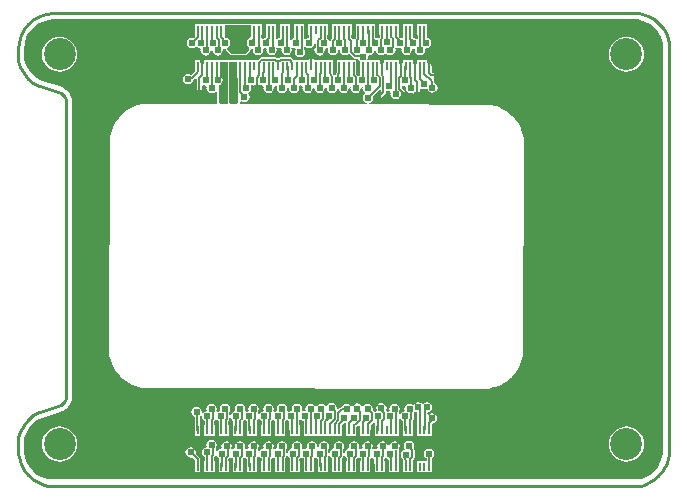
<source format=gtl>
G04*
G04 #@! TF.GenerationSoftware,Altium Limited,Altium Designer,21.6.4 (81)*
G04*
G04 Layer_Physical_Order=1*
G04 Layer_Color=255*
%FSLAX44Y44*%
%MOMM*%
G71*
G04*
G04 #@! TF.SameCoordinates,2686D9AD-387F-486B-B8E0-4D59B8EDC849*
G04*
G04*
G04 #@! TF.FilePolarity,Positive*
G04*
G01*
G75*
%ADD12R,0.2000X0.7000*%
%ADD15C,0.1524*%
%ADD16C,0.2540*%
%ADD17C,2.7000*%
%ADD18C,0.6096*%
G36*
X531024Y392651D02*
X535306Y390362D01*
X539063Y387279D01*
X542146Y383521D01*
X544438Y379235D01*
X546153Y373582D01*
X546153Y26652D01*
X544580Y21486D01*
X541523Y15765D01*
X538439Y12008D01*
X534682Y8924D01*
X527839Y5267D01*
X526843Y4964D01*
X25051D01*
X22069Y5869D01*
X15970Y9129D01*
X12213Y12213D01*
X9129Y15970D01*
X6838Y20257D01*
X5450Y24833D01*
X5297Y27079D01*
Y40084D01*
X6246Y43210D01*
X8924Y48221D01*
X12008Y51979D01*
X15765Y55062D01*
X20052Y57353D01*
X35261Y61968D01*
X35445Y62066D01*
X35651Y62103D01*
X37090Y62668D01*
X37611Y63003D01*
X38178Y63255D01*
X40697Y65029D01*
X41265Y65625D01*
X41875Y66178D01*
X43710Y68653D01*
X44062Y69397D01*
X44468Y70114D01*
X45435Y73039D01*
X45511Y73655D01*
X45680Y74251D01*
X45803Y75792D01*
X45778Y75999D01*
X45819Y76205D01*
X45819Y323795D01*
X45779Y324000D01*
X45803Y324208D01*
X45680Y325748D01*
X45511Y326345D01*
X45435Y326960D01*
X44468Y329886D01*
X44062Y330602D01*
X43710Y331347D01*
X41875Y333821D01*
X41265Y334374D01*
X40697Y334971D01*
X38178Y336745D01*
X37611Y336996D01*
X37090Y337331D01*
X35651Y337896D01*
X35445Y337933D01*
X35261Y338032D01*
X20052Y342646D01*
X15765Y344937D01*
X12008Y348021D01*
X8924Y351778D01*
X6633Y356065D01*
X5269Y360563D01*
X4935Y369587D01*
X5427Y374583D01*
X6838Y379235D01*
X9129Y383521D01*
X12213Y387279D01*
X15970Y390362D01*
X20257Y392654D01*
X24909Y394065D01*
X30001Y394566D01*
X524655D01*
X531024Y392651D01*
D02*
G37*
%LPC*%
G36*
X197104Y390757D02*
X175006D01*
X174556Y390570D01*
X149730D01*
Y381030D01*
X149730Y381030D01*
X149730D01*
X149567Y379828D01*
X148548Y378808D01*
X147320Y379053D01*
X145635Y378718D01*
X144207Y377763D01*
X143252Y376335D01*
X142917Y374650D01*
X143252Y372965D01*
X144207Y371537D01*
X145635Y370583D01*
X147320Y370248D01*
X149005Y370583D01*
X150327Y371466D01*
X150733Y371615D01*
X151507D01*
X151913Y371466D01*
X153235Y370583D01*
X153620Y370506D01*
X154494Y369038D01*
X154347Y368300D01*
X154683Y366615D01*
X155637Y365187D01*
X157065Y364233D01*
X158750Y363898D01*
X160435Y364233D01*
X161863Y365187D01*
X162817Y366615D01*
X163153Y368300D01*
X163144Y368341D01*
X163908Y369134D01*
X164520Y368280D01*
X164855Y366596D01*
X165809Y365167D01*
X167237Y364213D01*
X168922Y363878D01*
X170607Y364213D01*
X172035Y365167D01*
X172990Y366596D01*
X173325Y368280D01*
X173149Y369163D01*
X174066Y370136D01*
X175079Y369998D01*
X175581Y369399D01*
X175723Y369056D01*
X175778Y368689D01*
X175917Y368586D01*
X175983Y368427D01*
X179876Y364534D01*
X180848Y364131D01*
X180848Y364131D01*
X192024D01*
X192024Y364131D01*
X192996Y364534D01*
X192996Y364534D01*
X196298Y367836D01*
X196701Y368808D01*
X196701Y368808D01*
X197889Y369726D01*
X198607Y369575D01*
X198939Y369115D01*
X198797Y368406D01*
X199132Y366721D01*
X200087Y365293D01*
X201515Y364338D01*
X203200Y364003D01*
X204885Y364338D01*
X206313Y365293D01*
X207267Y366721D01*
X207603Y368406D01*
X207389Y369481D01*
X207397Y369501D01*
X208315Y370369D01*
X209587Y370197D01*
X210368Y369115D01*
X210227Y368406D01*
X210562Y366721D01*
X211517Y365293D01*
X212945Y364338D01*
X214630Y364003D01*
X216315Y364338D01*
X217743Y365293D01*
X218697Y366721D01*
X219032Y368406D01*
X218697Y370091D01*
X218441Y370475D01*
X219356Y371390D01*
X220565Y370583D01*
X222250Y370248D01*
X223069Y369115D01*
X222927Y368406D01*
X223263Y366721D01*
X224217Y365293D01*
X225645Y364338D01*
X227330Y364003D01*
X229015Y364338D01*
X230443Y365293D01*
X231397Y366721D01*
X231733Y368406D01*
X231397Y370091D01*
X231165Y370439D01*
X232080Y371354D01*
X233235Y370583D01*
X234275Y370376D01*
X234917Y369051D01*
X234692Y368715D01*
X234357Y367030D01*
X234692Y365345D01*
X235647Y363917D01*
X237075Y362963D01*
X238760Y362628D01*
X240445Y362963D01*
X241873Y363917D01*
X242827Y365345D01*
X243162Y367030D01*
X242827Y368715D01*
X242058Y369866D01*
X242318Y370906D01*
X243493Y371386D01*
X244695Y370583D01*
X246380Y370248D01*
X248065Y370583D01*
X249493Y371537D01*
X250403Y372898D01*
X250447Y372965D01*
X250778Y374013D01*
X250788Y374012D01*
X251928Y373700D01*
Y371071D01*
X251203Y369985D01*
X250867Y368300D01*
X251203Y366615D01*
X252157Y365187D01*
X253585Y364233D01*
X255270Y363898D01*
X256955Y364233D01*
X258383Y365187D01*
X259337Y366615D01*
X259673Y368300D01*
X259525Y369041D01*
X260398Y370510D01*
X260765Y370583D01*
X261714Y371217D01*
X262629Y370301D01*
X262504Y370113D01*
X262169Y368429D01*
X262504Y366744D01*
X263458Y365316D01*
X264887Y364361D01*
X266571Y364026D01*
X268256Y364361D01*
X269685Y365316D01*
X270639Y366744D01*
X270974Y368429D01*
X271768Y369028D01*
X272329Y368686D01*
X272664Y367001D01*
X273618Y365573D01*
X275047Y364618D01*
X276731Y364283D01*
X278416Y364618D01*
X278981Y364996D01*
X280267Y365225D01*
X280791Y364794D01*
X283702Y361884D01*
X284374Y361435D01*
X285167Y361277D01*
X285167Y361277D01*
X287781D01*
X288733Y359853D01*
X289730Y359187D01*
Y354962D01*
X289690Y354762D01*
X289690Y354762D01*
Y347785D01*
X288489Y346827D01*
X287625Y346960D01*
X287625Y346960D01*
X286072Y348513D01*
Y350230D01*
X286270D01*
Y359770D01*
X269730D01*
Y350230D01*
X269303Y349355D01*
X269302Y349354D01*
X269215Y348913D01*
X269026Y347967D01*
X269026D01*
X269017Y347873D01*
X268528Y347580D01*
X267256Y347466D01*
X266479Y348629D01*
X266183Y349428D01*
X266270Y350230D01*
X266270D01*
Y359770D01*
X250310D01*
Y361509D01*
X250556Y361755D01*
X251005Y362427D01*
X251162Y363220D01*
X251005Y364013D01*
X250556Y364685D01*
X249883Y365134D01*
X249091Y365292D01*
X248298Y365134D01*
X247626Y364685D01*
X246773Y363833D01*
X246324Y363160D01*
X246166Y362368D01*
X246166Y362367D01*
Y359770D01*
X234215D01*
X233730Y359770D01*
X232739Y360444D01*
X232497Y360807D01*
X232497Y360807D01*
X231307Y361997D01*
X230635Y362446D01*
X229842Y362604D01*
X229842Y362604D01*
X222159D01*
X222159Y362604D01*
X221366Y362446D01*
X220693Y361997D01*
X219466Y361838D01*
X219307Y361997D01*
X218635Y362446D01*
X217842Y362604D01*
X217842Y362604D01*
X206158D01*
X206158Y362604D01*
X205365Y362446D01*
X204693Y361997D01*
X204693Y361997D01*
X203503Y360807D01*
X203261Y360444D01*
X202270Y359770D01*
X201785Y359770D01*
X185175D01*
X185058Y359819D01*
X178921D01*
X178804Y359770D01*
X177663D01*
X177546Y359819D01*
X170942D01*
X170825Y359770D01*
X157730D01*
Y357816D01*
X157436Y357533D01*
X156460Y356981D01*
X156000Y357072D01*
X155540Y356981D01*
X154564Y357533D01*
X154270Y357816D01*
Y359770D01*
X149730D01*
Y350526D01*
X146472Y347268D01*
X145547Y347885D01*
X143862Y348220D01*
X142177Y347885D01*
X140749Y346931D01*
X139795Y345503D01*
X139460Y343818D01*
X139795Y342133D01*
X140749Y340705D01*
X142177Y339750D01*
X143862Y339415D01*
X145547Y339750D01*
X146975Y340705D01*
X147930Y342133D01*
X148151Y343247D01*
X148745Y343644D01*
X148732Y343657D01*
X148733Y343669D01*
X149868Y344804D01*
X150465Y344662D01*
X151104Y344244D01*
Y332218D01*
X151262Y331425D01*
X151711Y330753D01*
X152383Y330304D01*
X153176Y330146D01*
X153969Y330304D01*
X154641Y330753D01*
X155090Y331425D01*
X155248Y332218D01*
Y338519D01*
X156518Y339198D01*
X157065Y338833D01*
X158623Y338523D01*
X158756Y338489D01*
X159590Y337370D01*
X159427Y336550D01*
X159762Y334865D01*
X160717Y333437D01*
X162145Y332483D01*
X163830Y332148D01*
X165515Y332483D01*
X166943Y333437D01*
X167281Y333943D01*
X168551Y333558D01*
Y324154D01*
X168551Y324154D01*
X168601Y324035D01*
X167951Y322895D01*
X167752Y322766D01*
X106826Y322868D01*
X106822Y322870D01*
X106803Y322868D01*
X106739Y322869D01*
X106682Y322908D01*
X106551Y322936D01*
X106475Y322922D01*
X106408Y322958D01*
X106274Y322973D01*
X106200Y322951D01*
X106129Y322980D01*
X106062Y322980D01*
X106062Y322980D01*
X105921Y322980D01*
X105871Y322960D01*
X105820Y322976D01*
X105539Y322956D01*
X105491Y322931D01*
X105439Y322944D01*
X105160Y322903D01*
X105114Y322875D01*
X105061Y322884D01*
X104786Y322823D01*
X104742Y322792D01*
X104688Y322797D01*
X104558Y322757D01*
X104557Y322756D01*
X104555Y322756D01*
X104551Y322755D01*
X104551Y322755D01*
X98043Y320782D01*
X98040Y320779D01*
X98036Y320779D01*
X98006Y320770D01*
X97998Y320763D01*
X97988Y320764D01*
X97986Y320763D01*
X97969Y320747D01*
X97942Y320749D01*
X97883Y320728D01*
X97871Y320716D01*
X97869Y320716D01*
X97869Y320716D01*
X97859Y320706D01*
X97857Y320704D01*
X97821Y320704D01*
X97764Y320680D01*
X97738Y320654D01*
X97702Y320652D01*
X97646Y320626D01*
X97622Y320599D01*
X97586Y320596D01*
X97560Y320581D01*
X97560D01*
X92374Y317809D01*
X92374Y317809D01*
X92347Y317795D01*
X92324Y317767D01*
X92289Y317762D01*
X92236Y317730D01*
X92215Y317701D01*
X92180Y317695D01*
X92128Y317660D01*
X92108Y317630D01*
X92073Y317622D01*
X92023Y317585D01*
X92005Y317555D01*
X91971Y317544D01*
X91947Y317525D01*
X91945Y317521D01*
X91941Y317519D01*
X87400Y313793D01*
X87397Y313791D01*
X87397Y313791D01*
X87397Y313791D01*
X87373Y313771D01*
X87356Y313739D01*
X87322Y313727D01*
X87276Y313685D01*
X87261Y313653D01*
X87228Y313640D01*
X87184Y313596D01*
X87170Y313563D01*
X87138Y313547D01*
X87096Y313501D01*
X87084Y313468D01*
X87053Y313451D01*
X87033Y313427D01*
X87031Y313423D01*
X87028Y313421D01*
X83300Y308879D01*
X83300Y308878D01*
X83300Y308878D01*
X83298Y308876D01*
X83298Y308876D01*
X83279Y308853D01*
X83268Y308818D01*
X83237Y308799D01*
X83199Y308748D01*
X83190Y308712D01*
X83160Y308692D01*
X83125Y308639D01*
X83117Y308603D01*
X83088Y308581D01*
X83056Y308527D01*
X83050Y308490D01*
X83021Y308466D01*
X83007Y308438D01*
X80240Y303261D01*
X80226Y303237D01*
X80226Y303231D01*
X80222Y303228D01*
X80220Y303198D01*
X80195Y303175D01*
X80168Y303118D01*
X80166Y303082D01*
X80140Y303056D01*
X80116Y302998D01*
X80116Y302961D01*
X80091Y302934D01*
X80070Y302874D01*
X80072Y302838D01*
X80049Y302810D01*
X80040Y302779D01*
X80040Y302779D01*
X80039Y302779D01*
X77736Y295186D01*
Y295186D01*
X77736Y295185D01*
X77722Y295141D01*
X77727Y295088D01*
X77697Y295044D01*
X77676Y294954D01*
X77685Y294901D01*
X77658Y294855D01*
X77644Y294764D01*
X77657Y294712D01*
X77633Y294664D01*
X77626Y294572D01*
X77642Y294521D01*
X77622Y294472D01*
X77020Y111079D01*
X77020Y111079D01*
X77020Y111079D01*
X77020Y111070D01*
X77021Y111068D01*
X77020Y111066D01*
Y111065D01*
X77020Y111064D01*
X77020Y111063D01*
X77020Y110926D01*
X77040Y110878D01*
X77023Y110828D01*
X77043Y110556D01*
X77066Y110509D01*
X77053Y110458D01*
X77092Y110188D01*
X77119Y110143D01*
X77109Y110092D01*
X77167Y109825D01*
X77197Y109782D01*
X77192Y109730D01*
X77230Y109600D01*
X77230Y109599D01*
X77231Y109596D01*
X77233Y109594D01*
X77232Y109592D01*
X77233Y109590D01*
X77234Y109589D01*
X77234Y109588D01*
X77236Y109580D01*
X77236Y109580D01*
X77236Y109579D01*
X77237Y109577D01*
X77237Y109577D01*
X77237Y109576D01*
X77239Y109574D01*
X77238Y109572D01*
X77239Y109572D01*
X77242Y109568D01*
X77241Y109563D01*
X77242Y109561D01*
Y109561D01*
X77243Y109556D01*
X77244Y109555D01*
X77244Y109553D01*
X77244Y109553D01*
X77244Y109552D01*
X77246Y109545D01*
X77247Y109545D01*
X77247Y109544D01*
X77248Y109539D01*
X77249Y109539D01*
X77249Y109538D01*
X77249Y109537D01*
X77250Y109536D01*
X77249Y109535D01*
X77251Y109531D01*
X77251Y109531D01*
X77251Y109530D01*
X78230Y106303D01*
X78230Y106303D01*
X78231Y106300D01*
X78231Y106300D01*
X78231Y106300D01*
X78232Y106295D01*
X78234Y106293D01*
X78234Y106290D01*
X78235Y106286D01*
X78235Y106286D01*
X78235Y106285D01*
X78236Y106282D01*
X78237Y106281D01*
X78237Y106280D01*
X78237Y106279D01*
X78237Y106279D01*
Y106279D01*
X78238Y106276D01*
X78238Y106276D01*
X79146Y103283D01*
Y103283D01*
X79146Y103282D01*
X79146Y103282D01*
X79149Y103272D01*
X79152Y103268D01*
X79152Y103263D01*
X79178Y103177D01*
X79201Y103150D01*
X79199Y103115D01*
X79221Y103054D01*
X79219Y103040D01*
X79228Y103010D01*
X79229Y103010D01*
X79234Y102993D01*
X79249Y102976D01*
X79251Y102971D01*
X79250Y102946D01*
X79271Y102887D01*
X79292Y102864D01*
X79295Y102857D01*
Y102825D01*
X79319Y102767D01*
X79342Y102744D01*
X79344Y102737D01*
X79346Y102706D01*
X79373Y102649D01*
X79391Y102633D01*
X79393Y102628D01*
X79395Y102605D01*
X79403Y102590D01*
X79403Y102589D01*
X79418Y102561D01*
X79429Y102552D01*
X79455Y102495D01*
X79481Y102472D01*
X79485Y102437D01*
X79527Y102358D01*
X79531Y102354D01*
X79531Y102349D01*
X82081Y97578D01*
X82084Y97576D01*
X82085Y97573D01*
X82086Y97570D01*
X82086Y97570D01*
X82086Y97569D01*
X82087Y97567D01*
X82088Y97566D01*
X82089Y97565D01*
X82090Y97563D01*
X82091Y97562D01*
X82091Y97561D01*
X82133Y97483D01*
X82160Y97462D01*
X82165Y97428D01*
X82257Y97276D01*
X82285Y97255D01*
X82292Y97222D01*
X82391Y97074D01*
X82419Y97055D01*
X82428Y97022D01*
X82534Y96879D01*
X82563Y96861D01*
X82573Y96829D01*
X82629Y96759D01*
X82631Y96758D01*
X82631Y96757D01*
X82633Y96755D01*
X82634Y96755D01*
X82634Y96753D01*
X82635Y96753D01*
X82639Y96750D01*
X82640Y96747D01*
X82645Y96740D01*
X86207Y92400D01*
X86209Y92397D01*
X86209Y92397D01*
X86210Y92397D01*
X86229Y92373D01*
X86261Y92356D01*
X86273Y92322D01*
X86314Y92276D01*
X86347Y92261D01*
X86360Y92228D01*
X86404Y92184D01*
X86437Y92170D01*
X86453Y92138D01*
X86498Y92096D01*
X86532Y92084D01*
X86549Y92053D01*
X86572Y92033D01*
X86577Y92032D01*
X86579Y92028D01*
X91121Y88300D01*
X91123Y88300D01*
X91124Y88298D01*
X91148Y88278D01*
X91183Y88268D01*
X91201Y88237D01*
X91252Y88199D01*
X91288Y88190D01*
X91308Y88159D01*
X91361Y88124D01*
X91397Y88117D01*
X91419Y88088D01*
X91473Y88056D01*
X91509Y88050D01*
X91533Y88022D01*
X91560Y88007D01*
X96739Y85240D01*
X96763Y85226D01*
X96800Y85223D01*
X96824Y85196D01*
X96881Y85168D01*
X96918Y85167D01*
X96944Y85140D01*
X97002Y85116D01*
X97039Y85116D01*
X97066Y85091D01*
X97126Y85070D01*
X97162Y85072D01*
X97191Y85049D01*
X104814Y82736D01*
X104814Y82736D01*
X104859Y82722D01*
X104912Y82727D01*
X104956Y82697D01*
X105047Y82676D01*
X105100Y82685D01*
X105146Y82657D01*
X105238Y82644D01*
X105290Y82657D01*
X105338Y82633D01*
X105430Y82626D01*
X105482Y82642D01*
X105532Y82622D01*
X105578Y82622D01*
X398448Y81996D01*
X398452Y81996D01*
X398454Y81996D01*
X398497Y81996D01*
X398510Y81990D01*
X398563Y81985D01*
X398594Y81995D01*
X398622Y81981D01*
X398676Y81979D01*
X398705Y81990D01*
X398734Y81978D01*
X398821Y81978D01*
X398870Y81998D01*
X398920Y81981D01*
X399040Y81990D01*
X399087Y82014D01*
X399138Y82001D01*
X399258Y82018D01*
X399303Y82045D01*
X399354Y82035D01*
X399472Y82061D01*
X399516Y82091D01*
X399568Y82086D01*
X399626Y82103D01*
X399626Y82103D01*
X406925Y84209D01*
X406925Y84209D01*
X406926Y84209D01*
X406958Y84219D01*
X406988Y84243D01*
X407026Y84241D01*
X407090Y84263D01*
X407119Y84288D01*
X407158Y84288D01*
X407220Y84313D01*
X407248Y84341D01*
X407286Y84342D01*
X407347Y84371D01*
X407373Y84400D01*
X407412Y84403D01*
X407439Y84418D01*
X412624Y87190D01*
X412626Y87192D01*
X412628Y87192D01*
X412629Y87192D01*
X412629Y87192D01*
X412630Y87193D01*
X412630Y87193D01*
X412655Y87207D01*
X412656Y87207D01*
X412668Y87214D01*
X412681Y87230D01*
X412699Y87233D01*
X412699Y87233D01*
X412703Y87238D01*
X412713Y87240D01*
X412713Y87240D01*
X412714Y87240D01*
X412767Y87272D01*
X412775Y87282D01*
X412808Y87304D01*
X412822Y87307D01*
X412823Y87308D01*
X412824Y87308D01*
X412876Y87342D01*
X412884Y87355D01*
X412916Y87376D01*
X412928Y87379D01*
X412930Y87381D01*
X412931Y87381D01*
X412981Y87418D01*
X412985Y87425D01*
X412994Y87439D01*
X413016Y87446D01*
X413033Y87459D01*
X413034Y87460D01*
X413054Y87476D01*
X413055Y87479D01*
X413059Y87480D01*
X413059Y87481D01*
X413059D01*
X417601Y91208D01*
X417601Y91208D01*
X417603Y91209D01*
X417604Y91212D01*
X417607Y91213D01*
X417632Y91233D01*
X417632Y91234D01*
X417640Y91240D01*
X417641Y91243D01*
X417643Y91243D01*
X417643Y91243D01*
X417653Y91265D01*
X417677Y91273D01*
X417681Y91276D01*
X417682Y91276D01*
X417727Y91318D01*
X417733Y91331D01*
X417758Y91355D01*
X417772Y91361D01*
X417775Y91364D01*
X417776Y91365D01*
X417820Y91409D01*
X417826Y91423D01*
X417851Y91448D01*
X417862Y91453D01*
X417864Y91456D01*
X417866Y91456D01*
X417907Y91502D01*
X417915Y91525D01*
X417936Y91536D01*
X417951Y91553D01*
X417952Y91554D01*
X417967Y91573D01*
X417969Y91575D01*
X417969Y91575D01*
X417969Y91576D01*
X417970Y91578D01*
X417972Y91579D01*
X421700Y96121D01*
X421700Y96123D01*
X421702Y96124D01*
X421703Y96125D01*
X421703Y96125D01*
X421721Y96147D01*
X421722Y96150D01*
X421724Y96151D01*
X421724Y96152D01*
X421724Y96152D01*
X421725Y96153D01*
X421725Y96153D01*
X421729Y96166D01*
X421740Y96172D01*
X421740Y96173D01*
X421744Y96188D01*
X421758Y96197D01*
X421758Y96197D01*
X421758Y96198D01*
X421763Y96201D01*
X421801Y96252D01*
X421810Y96288D01*
X421840Y96308D01*
X421875Y96361D01*
X421883Y96397D01*
X421912Y96419D01*
X421945Y96473D01*
X421950Y96510D01*
X421978Y96533D01*
X421992Y96560D01*
X424760Y101739D01*
Y101739D01*
X424773Y101763D01*
X424777Y101799D01*
X424804Y101824D01*
X424832Y101881D01*
X424833Y101918D01*
X424860Y101944D01*
X424884Y102002D01*
X424884Y102039D01*
X424909Y102067D01*
X424930Y102126D01*
X424928Y102163D01*
X424952Y102192D01*
X424961Y102221D01*
X427264Y109814D01*
X427264Y109815D01*
X427278Y109858D01*
X427272Y109911D01*
X427303Y109955D01*
X427324Y110045D01*
X427314Y110098D01*
X427342Y110144D01*
X427356Y110236D01*
X427343Y110288D01*
X427367Y110336D01*
X427374Y110428D01*
X427357Y110479D01*
X427378Y110529D01*
X427378Y110575D01*
X427378Y110577D01*
X427378Y110579D01*
X427980Y293929D01*
X427979Y293931D01*
X427980Y293933D01*
X427980Y293934D01*
X427980Y293935D01*
Y293936D01*
X427980Y293937D01*
X427980Y293938D01*
X427980Y293938D01*
X427980Y293938D01*
X427980Y294079D01*
X427960Y294128D01*
X427976Y294180D01*
X427956Y294461D01*
X427931Y294509D01*
X427944Y294561D01*
X427903Y294839D01*
X427875Y294886D01*
X427885Y294939D01*
X427823Y295214D01*
X427792Y295258D01*
X427797Y295312D01*
X427756Y295446D01*
X427756Y295446D01*
X425781Y301959D01*
X425781Y301959D01*
X425772Y301988D01*
X425749Y302016D01*
X425751Y302052D01*
X425730Y302111D01*
X425705Y302138D01*
X425705Y302174D01*
X425682Y302232D01*
X425656Y302257D01*
X425654Y302293D01*
X425628Y302349D01*
X425602Y302373D01*
X425598Y302409D01*
X425593Y302419D01*
X425593Y302421D01*
X425592Y302421D01*
X425591Y302423D01*
X425583Y302436D01*
X425582Y302438D01*
X425581Y302440D01*
X422820Y307606D01*
X422820Y307607D01*
X422820Y307608D01*
X422818Y307609D01*
X422810Y307624D01*
X422808Y307626D01*
X422808Y307629D01*
X422793Y307656D01*
X422793Y307656D01*
X422788Y307665D01*
X422767Y307682D01*
X422763Y307708D01*
X422760Y307713D01*
X422760Y307714D01*
X422728Y307767D01*
X422718Y307775D01*
X422698Y307805D01*
X422695Y307819D01*
X422693Y307822D01*
X422692Y307824D01*
X422658Y307875D01*
X422645Y307884D01*
X422625Y307914D01*
X422622Y307926D01*
X422619Y307930D01*
X422619Y307931D01*
X422581Y307981D01*
X422573Y307986D01*
X422572Y307991D01*
X422572Y307992D01*
X422559Y307999D01*
X422555Y308015D01*
X422542Y308032D01*
X422541Y308032D01*
X422523Y308054D01*
X422522Y308055D01*
X422521Y308057D01*
X422519Y308059D01*
X422519Y308059D01*
X418792Y312601D01*
X418789Y312603D01*
X418788Y312606D01*
X418786Y312608D01*
X418786Y312608D01*
X418784Y312610D01*
X418784Y312610D01*
X418768Y312630D01*
X418736Y312647D01*
X418724Y312682D01*
X418682Y312727D01*
X418649Y312743D01*
X418635Y312777D01*
X418591Y312820D01*
X418558Y312834D01*
X418543Y312866D01*
X418497Y312908D01*
X418479Y312914D01*
X418473Y312928D01*
X418472Y312928D01*
X418458Y312933D01*
X418452Y312946D01*
X418451Y312947D01*
X418448Y312948D01*
X418446Y312952D01*
X418422Y312971D01*
X418421Y312971D01*
X418421Y312972D01*
X418416Y312976D01*
X418416Y312976D01*
X418415Y312977D01*
X413879Y316700D01*
X413877Y316700D01*
X413877Y316701D01*
X413875Y316703D01*
X413875Y316703D01*
X413874Y316703D01*
X413870Y316707D01*
X413870Y316707D01*
X413870Y316707D01*
X413852Y316722D01*
X413818Y316732D01*
X413799Y316763D01*
X413748Y316801D01*
X413712Y316810D01*
X413692Y316840D01*
X413639Y316875D01*
X413603Y316883D01*
X413581Y316912D01*
X413527Y316945D01*
X413490Y316950D01*
X413466Y316978D01*
X413439Y316993D01*
X408261Y319760D01*
X408261Y319760D01*
X408237Y319773D01*
X408201Y319777D01*
X408176Y319804D01*
X408119Y319832D01*
X408082Y319833D01*
X408056Y319860D01*
X407998Y319884D01*
X407961Y319884D01*
X407934Y319909D01*
X407874Y319930D01*
X407837Y319928D01*
X407808Y319952D01*
X407779Y319960D01*
X400186Y322264D01*
X400186Y322264D01*
X400141Y322278D01*
X400088Y322272D01*
X400044Y322303D01*
X399953Y322324D01*
X399900Y322315D01*
X399854Y322342D01*
X399761Y322356D01*
X399709Y322343D01*
X399661Y322367D01*
X399568Y322374D01*
X399517Y322357D01*
X399467Y322378D01*
X399421Y322378D01*
X297031Y322550D01*
X296940Y322625D01*
X297234Y323978D01*
X297849Y324101D01*
X299277Y325055D01*
X300231Y326483D01*
X300567Y328168D01*
X300322Y329396D01*
X305866Y334940D01*
X307039Y334477D01*
X307146Y333444D01*
X303589Y329887D01*
X303140Y329215D01*
X302982Y328422D01*
X303140Y327629D01*
X303589Y326957D01*
X304261Y326508D01*
X305054Y326350D01*
X305847Y326508D01*
X306519Y326957D01*
X310739Y331177D01*
X310739Y331177D01*
X311188Y331849D01*
X311346Y332642D01*
Y333544D01*
X312466Y334143D01*
X312669Y334007D01*
X314354Y333672D01*
X314467Y333694D01*
X314815Y333418D01*
X315402Y332585D01*
X315129Y331216D01*
X315464Y329531D01*
X316419Y328103D01*
X317847Y327149D01*
X319532Y326814D01*
X321217Y327149D01*
X322645Y328103D01*
X323599Y329531D01*
X323647Y329771D01*
X323752Y329803D01*
X324979Y329688D01*
X324984Y329661D01*
X325433Y328989D01*
X326105Y328540D01*
X326898Y328382D01*
X327691Y328540D01*
X328363Y328989D01*
X328812Y329661D01*
X328970Y330454D01*
Y331034D01*
X328812Y331827D01*
X328363Y332499D01*
X328363Y332499D01*
X324652Y336211D01*
Y338370D01*
X325772Y338969D01*
X325975Y338833D01*
X327533Y338523D01*
X327666Y338489D01*
X328500Y337370D01*
X328337Y336550D01*
X328672Y334865D01*
X329627Y333437D01*
X331055Y332483D01*
X332740Y332148D01*
X334425Y332483D01*
X335427Y331702D01*
X335652Y331247D01*
X335494Y330454D01*
X335652Y329661D01*
X336101Y328989D01*
X336773Y328540D01*
X337566Y328382D01*
X338359Y328540D01*
X339031Y328989D01*
X339285Y329243D01*
X339285Y329243D01*
X339734Y329915D01*
X339892Y330708D01*
Y335481D01*
X341162Y336160D01*
X341723Y335785D01*
X343408Y335450D01*
X345093Y335785D01*
X345450Y336023D01*
X346623Y335537D01*
X346707Y335119D01*
X347661Y333691D01*
X349089Y332737D01*
X350774Y332402D01*
X352459Y332737D01*
X353887Y333691D01*
X354841Y335119D01*
X355177Y336804D01*
X354841Y338489D01*
X353887Y339917D01*
X352472Y340863D01*
Y342138D01*
X352472Y342138D01*
X352314Y342931D01*
X351975Y343440D01*
X352164Y344098D01*
X352541Y344724D01*
X353296Y344814D01*
X353373Y344737D01*
X354045Y344288D01*
X354838Y344130D01*
X355631Y344288D01*
X356303Y344737D01*
X356752Y345409D01*
X356910Y346202D01*
X356752Y346995D01*
X356303Y347667D01*
X355428Y348542D01*
X354756Y348991D01*
X353963Y349149D01*
X353963Y349149D01*
X350781D01*
X350072Y349858D01*
Y355000D01*
X349914Y355793D01*
X349465Y356465D01*
X348793Y356914D01*
X348000Y357072D01*
X347540Y356980D01*
X346564Y357532D01*
X346270Y357815D01*
Y359770D01*
X337730D01*
Y357816D01*
X337436Y357533D01*
X336460Y356981D01*
X336000Y357072D01*
X335540Y356981D01*
X334564Y357533D01*
X334270Y357816D01*
Y359770D01*
X325730D01*
Y357816D01*
X325436Y357533D01*
X324460Y356981D01*
X324000Y357072D01*
X323540Y356981D01*
X322564Y357533D01*
X322270Y357816D01*
Y359770D01*
X309730D01*
Y357816D01*
X309436Y357533D01*
X308460Y356981D01*
X308000Y357072D01*
X307540Y356981D01*
X306564Y357533D01*
X306270Y357816D01*
Y359770D01*
X296431D01*
X295752Y361040D01*
X295914Y361281D01*
X296249Y362966D01*
X296188Y363272D01*
X297086Y364170D01*
X297180Y364152D01*
X298865Y364487D01*
X300293Y365441D01*
X301247Y366869D01*
X301583Y368554D01*
X301493Y369004D01*
X301747Y369078D01*
X302045Y368947D01*
X303022Y368128D01*
X303272Y366869D01*
X304227Y365441D01*
X305655Y364487D01*
X307340Y364151D01*
X309025Y364487D01*
X310441Y365433D01*
X310739Y365621D01*
X311677D01*
X311975Y365433D01*
X313392Y364487D01*
X315077Y364151D01*
X316762Y364487D01*
X318190Y365441D01*
X319144Y366869D01*
X319479Y368554D01*
X319144Y370239D01*
X320019Y371202D01*
X320138Y371250D01*
X320397Y371255D01*
X321403Y370583D01*
X323088Y370247D01*
X323589Y370347D01*
X324669Y369267D01*
X324527Y368554D01*
X324863Y366869D01*
X325817Y365441D01*
X327245Y364487D01*
X328930Y364152D01*
X330615Y364487D01*
X332043Y365441D01*
X332997Y366869D01*
X333332Y368554D01*
X333232Y369061D01*
X333966Y370108D01*
X335220Y370291D01*
X336139Y369469D01*
X335957Y368554D01*
X336292Y366869D01*
X337247Y365441D01*
X338675Y364487D01*
X340360Y364152D01*
X342045Y364487D01*
X343473Y365441D01*
X344427Y366869D01*
X344762Y368554D01*
X344652Y369109D01*
X345440Y370248D01*
X347125Y370583D01*
X348553Y371537D01*
X349507Y372965D01*
X349842Y374650D01*
X349507Y376335D01*
X348553Y377763D01*
X347125Y378718D01*
X346072Y378927D01*
Y381030D01*
X346270D01*
Y390570D01*
X337730D01*
Y381030D01*
X338108D01*
Y378516D01*
X337828Y378303D01*
X336838Y377954D01*
X335695Y378718D01*
X334072Y379040D01*
Y381030D01*
X334270D01*
Y390570D01*
X325730D01*
Y381030D01*
X326166D01*
Y379134D01*
X325046Y378535D01*
X324773Y378717D01*
X323377Y378995D01*
X322512Y379860D01*
X322270Y381030D01*
X322270Y381030D01*
X322270Y381030D01*
Y390570D01*
X305730D01*
Y381030D01*
X305928D01*
Y379395D01*
X305430Y378897D01*
X303895Y378473D01*
X303756Y378504D01*
X303437Y378717D01*
X302092Y378985D01*
X302072Y379006D01*
Y381030D01*
X302270D01*
Y390570D01*
X285730D01*
Y381030D01*
X285928D01*
Y379100D01*
X285047Y378219D01*
X284690Y377684D01*
X283985Y377521D01*
X283292Y377491D01*
X283276Y377514D01*
X283276Y377514D01*
X282072Y378718D01*
Y381030D01*
X282270D01*
Y385838D01*
X282310Y386038D01*
Y388538D01*
X282270Y388738D01*
Y390570D01*
X280438D01*
X280238Y390610D01*
X280038Y390570D01*
X265730D01*
Y381030D01*
X265928D01*
Y378913D01*
X265106Y378091D01*
X264657Y377419D01*
X264500Y376626D01*
X264398Y376555D01*
X264210Y376522D01*
X262760Y376914D01*
X262193Y377763D01*
X261834Y378003D01*
Y381030D01*
X262270D01*
Y390570D01*
X245730D01*
Y381030D01*
X245928D01*
Y378963D01*
X244695Y378718D01*
X243342Y377813D01*
X242938Y377900D01*
X242072Y378261D01*
Y381030D01*
X242270D01*
Y390570D01*
X233730D01*
Y385762D01*
X233690Y385562D01*
X233690Y385562D01*
Y378808D01*
X233235Y378718D01*
X231807Y377763D01*
X231104Y376711D01*
X229834Y377096D01*
Y381030D01*
X230270D01*
Y390570D01*
X221730D01*
Y381030D01*
X221928D01*
Y378989D01*
X220565Y378718D01*
X219342Y377900D01*
X218569Y378132D01*
X218072Y378455D01*
Y381030D01*
X218270D01*
Y390570D01*
X209730D01*
Y381030D01*
X209730D01*
X209769Y379760D01*
X209550Y379053D01*
X207865Y378718D01*
X207104Y378209D01*
X205834Y378888D01*
Y381030D01*
X206270D01*
Y390570D01*
X197554D01*
X197104Y390757D01*
D02*
G37*
G36*
X515000Y379877D02*
X512105Y379592D01*
X509321Y378747D01*
X506755Y377376D01*
X504506Y375530D01*
X502660Y373281D01*
X501288Y370715D01*
X500444Y367931D01*
X500159Y365036D01*
X500444Y362140D01*
X501288Y359356D01*
X502660Y356790D01*
X504506Y354541D01*
X506755Y352696D01*
X509321Y351324D01*
X512105Y350480D01*
X515000Y350194D01*
X517896Y350480D01*
X520680Y351324D01*
X523246Y352696D01*
X525495Y354541D01*
X527340Y356790D01*
X528712Y359356D01*
X529557Y362140D01*
X529842Y365036D01*
X529557Y367931D01*
X528712Y370715D01*
X527340Y373281D01*
X525495Y375530D01*
X523246Y377376D01*
X520680Y378747D01*
X517896Y379592D01*
X515000Y379877D01*
D02*
G37*
G36*
X35000Y379841D02*
X32105Y379556D01*
X29320Y378711D01*
X26755Y377340D01*
X24506Y375494D01*
X22660Y373245D01*
X21288Y370679D01*
X20444Y367895D01*
X20159Y365000D01*
X20444Y362104D01*
X21288Y359320D01*
X22660Y356754D01*
X24506Y354505D01*
X26755Y352659D01*
X29320Y351288D01*
X32105Y350443D01*
X35000Y350158D01*
X37896Y350443D01*
X40680Y351288D01*
X43246Y352659D01*
X45495Y354505D01*
X47340Y356754D01*
X48712Y359320D01*
X49556Y362104D01*
X49842Y365000D01*
X49556Y367895D01*
X48712Y370679D01*
X47340Y373245D01*
X45495Y375494D01*
X43246Y377340D01*
X40680Y378711D01*
X37896Y379556D01*
X35000Y379841D01*
D02*
G37*
G36*
X338836Y70446D02*
X337151Y70111D01*
X335723Y69156D01*
X335435Y68725D01*
X334583Y67883D01*
X333155Y68838D01*
X331470Y69173D01*
X329785Y68838D01*
X328357Y67883D01*
X327402Y66455D01*
X327067Y64770D01*
X327215Y64029D01*
X326342Y62561D01*
X325975Y62488D01*
X324547Y61533D01*
X323637Y60172D01*
X323592Y60105D01*
X323262Y59057D01*
X323252Y59058D01*
X322112Y59370D01*
Y61999D01*
X322837Y63085D01*
X323172Y64770D01*
X322837Y66455D01*
X321883Y67883D01*
X320455Y68838D01*
X318770Y69173D01*
X317085Y68838D01*
X315657Y67883D01*
X314702Y66455D01*
X314367Y64770D01*
X314515Y64029D01*
X313642Y62561D01*
X313275Y62488D01*
X313108Y62376D01*
X312798Y62398D01*
X312433Y62530D01*
X311603Y63575D01*
X311938Y65259D01*
X311603Y66944D01*
X310649Y68373D01*
X309220Y69327D01*
X307535Y69662D01*
X305851Y69327D01*
X304422Y68373D01*
X303468Y66944D01*
X303133Y65259D01*
X303415Y63842D01*
X303270Y63188D01*
X302805Y62281D01*
X302735Y62234D01*
X301185Y62425D01*
X301075Y62535D01*
X300068Y63542D01*
X300312Y64770D01*
X299977Y66455D01*
X299023Y67883D01*
X297595Y68838D01*
X295910Y69173D01*
X294225Y68838D01*
X292797Y67883D01*
X292355Y67222D01*
X290879Y67298D01*
X290301Y68162D01*
X288873Y69117D01*
X287188Y69452D01*
X285503Y69117D01*
X284075Y68162D01*
X283288Y66985D01*
X282300Y66874D01*
X281868Y66948D01*
X281243Y67883D01*
X279815Y68838D01*
X278130Y69173D01*
X276445Y68838D01*
X275017Y67883D01*
X274247Y66732D01*
X273564Y66596D01*
X272401Y65819D01*
X272414Y65805D01*
X272413Y65793D01*
X272413Y65793D01*
X271021Y64401D01*
X270715Y64325D01*
X270515Y64460D01*
X269710Y65264D01*
X269799Y65709D01*
X269463Y67394D01*
X268509Y68822D01*
X267081Y69776D01*
X265396Y70111D01*
X263711Y69776D01*
X262283Y68822D01*
X261490Y67635D01*
X260534Y67458D01*
X260054Y67497D01*
X259718Y68001D01*
X258289Y68955D01*
X256604Y69291D01*
X254920Y68955D01*
X253491Y68001D01*
X252809Y66980D01*
X251492Y66920D01*
X251382Y66957D01*
X250763Y67883D01*
X249335Y68838D01*
X247650Y69173D01*
X245965Y68838D01*
X244537Y67883D01*
X243582Y66455D01*
X243247Y64770D01*
X243396Y64023D01*
X242944Y62884D01*
X242457Y62731D01*
X241370Y62515D01*
X241150Y62631D01*
X240951Y62791D01*
X240355Y63427D01*
X240623Y64770D01*
X240287Y66455D01*
X239333Y67883D01*
X237905Y68838D01*
X236220Y69173D01*
X234535Y68838D01*
X233107Y67883D01*
X232153Y66455D01*
X231817Y64770D01*
X231980Y63951D01*
X231146Y62831D01*
X231013Y62798D01*
X229455Y62488D01*
X229184Y62307D01*
X227449Y62674D01*
X227383Y62779D01*
X227587Y63085D01*
X227922Y64770D01*
X227587Y66455D01*
X226633Y67883D01*
X225205Y68838D01*
X223520Y69173D01*
X221835Y68838D01*
X220407Y67883D01*
X219452Y66455D01*
X219117Y64770D01*
X219265Y64029D01*
X218392Y62561D01*
X218025Y62488D01*
X217754Y62307D01*
X216019Y62674D01*
X215953Y62779D01*
X216157Y63085D01*
X216493Y64770D01*
X216157Y66455D01*
X215203Y67883D01*
X213775Y68838D01*
X212090Y69173D01*
X210405Y68838D01*
X208977Y67883D01*
X208022Y66455D01*
X207687Y64770D01*
X207835Y64029D01*
X206962Y62561D01*
X206595Y62488D01*
X205167Y61533D01*
X204257Y60172D01*
X204212Y60105D01*
X203882Y59057D01*
X203872Y59058D01*
X202732Y59370D01*
Y61999D01*
X203457Y63085D01*
X203792Y64770D01*
X203457Y66455D01*
X202503Y67883D01*
X201075Y68838D01*
X199390Y69173D01*
X197705Y68838D01*
X196277Y67883D01*
X195322Y66455D01*
X194987Y64770D01*
X195135Y64029D01*
X194262Y62561D01*
X193895Y62488D01*
X193624Y62307D01*
X191889Y62674D01*
X191823Y62779D01*
X192027Y63085D01*
X192362Y64770D01*
X192027Y66455D01*
X191073Y67883D01*
X189645Y68838D01*
X187960Y69173D01*
X186275Y68838D01*
X184847Y67883D01*
X183892Y66455D01*
X183557Y64770D01*
X183705Y64029D01*
X182832Y62561D01*
X182465Y62488D01*
X181037Y61533D01*
X180127Y60172D01*
X180082Y60105D01*
X179752Y59057D01*
X179742Y59058D01*
X178602Y59370D01*
Y61999D01*
X179327Y63085D01*
X179662Y64770D01*
X179327Y66455D01*
X178373Y67883D01*
X176945Y68838D01*
X175260Y69173D01*
X173575Y68838D01*
X172147Y67883D01*
X171192Y66455D01*
X170857Y64770D01*
X171005Y64029D01*
X170132Y62561D01*
X169765Y62488D01*
X169494Y62307D01*
X167759Y62674D01*
X167693Y62779D01*
X167897Y63085D01*
X168232Y64770D01*
X167897Y66455D01*
X166943Y67883D01*
X165515Y68838D01*
X163830Y69173D01*
X162145Y68838D01*
X160717Y67883D01*
X159762Y66455D01*
X159427Y64770D01*
X159575Y64029D01*
X158702Y62561D01*
X158335Y62488D01*
X156907Y61533D01*
X156596Y61069D01*
X155400Y61564D01*
X155533Y62230D01*
X155197Y63915D01*
X154243Y65343D01*
X152815Y66298D01*
X151130Y66633D01*
X149445Y66298D01*
X148017Y65343D01*
X147063Y63915D01*
X146727Y62230D01*
X147063Y60545D01*
X148017Y59117D01*
X149445Y58163D01*
X149690Y58114D01*
Y46838D01*
X149690Y46838D01*
X149730Y46638D01*
Y41830D01*
X154270D01*
Y51370D01*
X153834D01*
Y58642D01*
X154468Y59153D01*
X155624Y58453D01*
X155617Y58420D01*
X155953Y56735D01*
X156907Y55307D01*
X157938Y54618D01*
Y51370D01*
X157730D01*
Y41830D01*
X166270D01*
Y51370D01*
X166072D01*
Y54358D01*
X166565Y54851D01*
X166565Y54851D01*
X166840Y55262D01*
X167831Y55437D01*
X168282Y55389D01*
X168337Y55307D01*
X169690Y54403D01*
Y46838D01*
X169690Y46838D01*
X169730Y46638D01*
Y41830D01*
X178270D01*
Y51370D01*
X178072D01*
Y54715D01*
X178444Y55272D01*
X178602Y56065D01*
Y57470D01*
X179743Y57782D01*
X179752Y57783D01*
X180082Y56735D01*
X180127Y56669D01*
X181037Y55307D01*
X182003Y54661D01*
Y51370D01*
X181730D01*
Y41830D01*
X190270D01*
Y51370D01*
X190072D01*
Y54228D01*
X190695Y54851D01*
X190695Y54851D01*
X190970Y55262D01*
X191961Y55437D01*
X192412Y55389D01*
X192467Y55307D01*
X193718Y54471D01*
Y46810D01*
X193718Y46810D01*
X193730Y46750D01*
Y41830D01*
X202270D01*
Y51370D01*
X202072D01*
Y54612D01*
X202125Y54665D01*
X202125Y54665D01*
X202574Y55338D01*
X202732Y56130D01*
Y57470D01*
X203873Y57782D01*
X203882Y57783D01*
X204212Y56735D01*
X204257Y56669D01*
X205167Y55307D01*
X206068Y54705D01*
Y51370D01*
X205730D01*
Y41830D01*
X214270D01*
Y51370D01*
X214072D01*
Y54098D01*
X214825Y54851D01*
X215100Y55262D01*
X216091Y55437D01*
X216542Y55389D01*
X216597Y55307D01*
X217783Y54514D01*
Y51370D01*
X217730D01*
Y41830D01*
X226270D01*
Y51370D01*
X226072D01*
Y54547D01*
X226255Y54730D01*
X226570Y55202D01*
X227442Y55379D01*
X227991Y55361D01*
X228027Y55307D01*
X229455Y54353D01*
X229690Y54306D01*
Y46838D01*
X229690Y46838D01*
X229730Y46638D01*
Y41830D01*
X238270D01*
Y51370D01*
X238072D01*
Y55222D01*
X238134Y55315D01*
X238166Y55477D01*
X239514Y55745D01*
X239807Y55307D01*
X241235Y54353D01*
X241690Y54262D01*
Y46838D01*
X241690Y46838D01*
X241730Y46638D01*
Y41830D01*
X274270D01*
Y51370D01*
X274270Y51370D01*
X274270D01*
X275084Y52247D01*
X275685Y52849D01*
X276194Y52748D01*
X276696Y52847D01*
X276752Y52839D01*
X277217Y52428D01*
X277730Y51370D01*
Y41830D01*
X286270D01*
Y49044D01*
X286411Y49401D01*
X286768Y50078D01*
X286872Y50121D01*
X287423Y50306D01*
X287423Y50306D01*
X288181Y50813D01*
X288194Y50811D01*
X289433Y50612D01*
X289730Y50489D01*
Y41830D01*
X298270D01*
Y46638D01*
X298310Y46838D01*
Y50706D01*
X300896Y53292D01*
X302036Y52925D01*
X302166Y52825D01*
Y51370D01*
X301730D01*
Y41830D01*
X322270D01*
Y51370D01*
X322072D01*
Y55619D01*
X322112Y55820D01*
Y57470D01*
X323252Y57782D01*
X323262Y57783D01*
X323592Y56735D01*
X323637Y56669D01*
X324547Y55307D01*
X325758Y54498D01*
Y51370D01*
X325730D01*
Y41830D01*
X334270D01*
Y51370D01*
X334072D01*
Y54572D01*
X334205Y54705D01*
X334205Y54706D01*
X334654Y55378D01*
X334812Y56171D01*
Y61999D01*
X334871Y62088D01*
X335723Y62930D01*
X337151Y61976D01*
X337864Y61834D01*
Y51370D01*
X337730D01*
Y41830D01*
X350270D01*
Y51370D01*
X350901Y52379D01*
X351885Y52575D01*
X353313Y53529D01*
X354268Y54957D01*
X354603Y56642D01*
X354268Y58327D01*
X353313Y59755D01*
X351885Y60710D01*
X350200Y61045D01*
X348516Y60710D01*
X347427Y59982D01*
X346302Y60418D01*
X346282Y60661D01*
X346268Y61651D01*
X347887Y61972D01*
X349315Y62927D01*
X350270Y64355D01*
X350605Y66040D01*
X350270Y67725D01*
X349315Y69153D01*
X347887Y70107D01*
X346202Y70443D01*
X344517Y70107D01*
X343358Y69333D01*
X342514Y69227D01*
X341683Y69334D01*
X340521Y70111D01*
X338836Y70446D01*
D02*
G37*
G36*
X515000Y49841D02*
X512105Y49556D01*
X509321Y48712D01*
X506755Y47340D01*
X504506Y45494D01*
X502660Y43245D01*
X501288Y40679D01*
X500444Y37895D01*
X500159Y35000D01*
X500444Y32104D01*
X501288Y29320D01*
X502660Y26754D01*
X504506Y24505D01*
X506755Y22660D01*
X509321Y21288D01*
X512105Y20443D01*
X515000Y20158D01*
X517896Y20443D01*
X520680Y21288D01*
X523246Y22660D01*
X525495Y24505D01*
X527340Y26754D01*
X528712Y29320D01*
X529557Y32104D01*
X529842Y35000D01*
X529557Y37895D01*
X528712Y40679D01*
X527340Y43245D01*
X525495Y45494D01*
X523246Y47340D01*
X520680Y48712D01*
X517896Y49556D01*
X515000Y49841D01*
D02*
G37*
G36*
X35000D02*
X32105Y49556D01*
X29320Y48712D01*
X26755Y47340D01*
X24506Y45494D01*
X22660Y43245D01*
X21288Y40679D01*
X20444Y37895D01*
X20159Y35000D01*
X20444Y32104D01*
X21288Y29320D01*
X22660Y26754D01*
X24506Y24505D01*
X26755Y22660D01*
X29320Y21288D01*
X32105Y20443D01*
X35000Y20158D01*
X37896Y20443D01*
X40680Y21288D01*
X43246Y22660D01*
X45495Y24505D01*
X47340Y26754D01*
X48712Y29320D01*
X49556Y32104D01*
X49842Y35000D01*
X49556Y37895D01*
X48712Y40679D01*
X47340Y43245D01*
X45495Y45494D01*
X43246Y47340D01*
X40680Y48712D01*
X37896Y49556D01*
X35000Y49841D01*
D02*
G37*
G36*
X347980Y31073D02*
X346295Y30738D01*
X344867Y29783D01*
X343913Y28355D01*
X343577Y26670D01*
X343913Y24985D01*
X344867Y23557D01*
X345918Y22854D01*
Y20570D01*
X337730D01*
Y11030D01*
X350270D01*
Y20570D01*
X350062D01*
Y22868D01*
X351093Y23557D01*
X352047Y24985D01*
X352383Y26670D01*
X352047Y28355D01*
X351093Y29783D01*
X349665Y30738D01*
X347980Y31073D01*
D02*
G37*
G36*
X330925Y37677D02*
X329240Y37342D01*
X327812Y36387D01*
X326857Y34959D01*
X326522Y33274D01*
X326857Y31589D01*
X327196Y31083D01*
X326737Y29976D01*
X325309Y29021D01*
X324355Y27593D01*
X324019Y25908D01*
X324355Y24223D01*
X325309Y22795D01*
X325800Y22092D01*
X325790Y21198D01*
X325730Y20570D01*
X325730Y19845D01*
Y11030D01*
X334270D01*
Y20570D01*
X334270Y20570D01*
X334270D01*
X334410Y21782D01*
X334967Y22339D01*
X334967Y22339D01*
X335416Y23011D01*
X335574Y23804D01*
X335574Y23804D01*
Y29751D01*
X335416Y30543D01*
X334967Y31216D01*
X334992Y31589D01*
X335327Y33274D01*
X334992Y34959D01*
X334038Y36387D01*
X332610Y37342D01*
X330925Y37677D01*
D02*
G37*
G36*
X163830Y38693D02*
X162145Y38358D01*
X160717Y37403D01*
X159762Y35975D01*
X159427Y34290D01*
X159575Y33549D01*
X158702Y32081D01*
X158335Y32008D01*
X156907Y31053D01*
X155953Y29625D01*
X155617Y27940D01*
X155953Y26255D01*
X156907Y24827D01*
X157938Y24138D01*
Y20570D01*
X157730D01*
Y11030D01*
X166270D01*
Y20570D01*
X166072D01*
Y23752D01*
X166565Y24245D01*
X166565Y24245D01*
X167014Y24917D01*
X167172Y25710D01*
Y25720D01*
X168312Y26032D01*
X168322Y26033D01*
X168652Y24985D01*
X168697Y24918D01*
X169607Y23557D01*
X170166Y23183D01*
Y20570D01*
X169730D01*
Y11030D01*
X178270D01*
Y20570D01*
X178072D01*
Y21908D01*
X179265Y23101D01*
X179265Y23101D01*
X179540Y23512D01*
X180532Y23687D01*
X180982Y23639D01*
X181037Y23557D01*
X182003Y22911D01*
Y20570D01*
X181730D01*
Y11030D01*
X190270D01*
Y20570D01*
X190072D01*
Y22478D01*
X190695Y23101D01*
X190695Y23101D01*
X190970Y23512D01*
X191961Y23687D01*
X192412Y23639D01*
X192467Y23557D01*
X193718Y22721D01*
Y16010D01*
X193718Y16010D01*
X193730Y15950D01*
Y11030D01*
X202270D01*
Y20570D01*
X202072D01*
Y23048D01*
X202125Y23101D01*
X202125Y23101D01*
X202574Y23773D01*
X202732Y24566D01*
Y25720D01*
X203873Y26032D01*
X203882Y26033D01*
X204212Y24985D01*
X204257Y24918D01*
X205167Y23557D01*
X206068Y22955D01*
Y20570D01*
X205730D01*
Y11030D01*
X214270D01*
Y20570D01*
X214072D01*
Y22348D01*
X214825Y23101D01*
X215100Y23512D01*
X216091Y23687D01*
X216542Y23639D01*
X216597Y23557D01*
X217783Y22764D01*
Y20570D01*
X217730D01*
Y11030D01*
X226270D01*
Y20570D01*
X226072D01*
Y22918D01*
X226255Y23101D01*
X226704Y23773D01*
X226862Y24566D01*
X226862Y24566D01*
Y25720D01*
X228002Y26032D01*
X228012Y26033D01*
X228342Y24985D01*
X228387Y24918D01*
X229297Y23557D01*
X230133Y22998D01*
Y20570D01*
X229730D01*
Y11030D01*
X238270D01*
Y20570D01*
X238072D01*
Y22218D01*
X238955Y23101D01*
X238955Y23101D01*
X239230Y23512D01*
X240222Y23687D01*
X240672Y23639D01*
X240727Y23557D01*
X241848Y22808D01*
Y20570D01*
X241730D01*
Y11030D01*
X250270D01*
Y20570D01*
X250072D01*
Y22788D01*
X250385Y23101D01*
X250385Y23101D01*
X250660Y23512D01*
X251651Y23687D01*
X252102Y23639D01*
X252157Y23557D01*
X253585Y22603D01*
X253690Y22582D01*
Y16038D01*
X253690Y16038D01*
X253730Y15838D01*
Y11030D01*
X262270D01*
Y20570D01*
X262072D01*
Y23485D01*
X262264Y23773D01*
X262422Y24566D01*
X262422Y24566D01*
Y25720D01*
X263563Y26032D01*
X263572Y26033D01*
X263902Y24985D01*
X263947Y24918D01*
X264857Y23557D01*
X265913Y22851D01*
Y20570D01*
X265730D01*
Y11030D01*
X274270D01*
Y20570D01*
X274072D01*
Y22658D01*
X274515Y23101D01*
X274515Y23101D01*
X274964Y23773D01*
X275122Y24566D01*
X275122Y24566D01*
Y25720D01*
X276262Y26032D01*
X276272Y26033D01*
X276602Y24985D01*
X276647Y24918D01*
X277557Y23557D01*
X278166Y23150D01*
Y20570D01*
X277730D01*
Y11030D01*
X286270D01*
Y20570D01*
X286072D01*
Y21958D01*
X287215Y23101D01*
X287215Y23101D01*
X287489Y23512D01*
X288482Y23687D01*
X288932Y23639D01*
X288987Y23557D01*
X289978Y22895D01*
Y20570D01*
X289730D01*
Y11030D01*
X298270D01*
Y20570D01*
X298072D01*
Y22528D01*
X298645Y23101D01*
X298645Y23101D01*
X298920Y23512D01*
X299911Y23687D01*
X300362Y23639D01*
X300417Y23557D01*
X300648Y23403D01*
X301551Y22516D01*
X301608Y22377D01*
X301690Y22311D01*
X301690Y21319D01*
Y18538D01*
X301708Y18449D01*
X301698Y18359D01*
X301730Y17993D01*
Y11030D01*
X310270D01*
Y20570D01*
X310270D01*
X310079Y21840D01*
X310083Y21940D01*
X310149Y22728D01*
X310436Y23374D01*
X311776Y23603D01*
X311807Y23557D01*
X313235Y22603D01*
X313323Y22585D01*
X313821Y21840D01*
X313730Y20570D01*
X313730D01*
Y11030D01*
X322270D01*
Y20570D01*
X322072D01*
Y29921D01*
X322030Y30128D01*
X322837Y31335D01*
X323172Y33020D01*
X322837Y34705D01*
X321883Y36133D01*
X320455Y37088D01*
X318770Y37423D01*
X317085Y37088D01*
X315657Y36133D01*
X314702Y34705D01*
X314367Y33020D01*
X314375Y32981D01*
X313761Y32109D01*
X312996Y32937D01*
X313013Y33020D01*
X312677Y34705D01*
X311723Y36133D01*
X310295Y37088D01*
X308610Y37423D01*
X306925Y37088D01*
X305497Y36133D01*
X304543Y34705D01*
X304207Y33020D01*
X304370Y32201D01*
X303536Y31081D01*
X303403Y31048D01*
X301845Y30738D01*
X301574Y30557D01*
X299839Y30924D01*
X299773Y31029D01*
X299977Y31335D01*
X300312Y33020D01*
X299977Y34705D01*
X299023Y36133D01*
X297595Y37088D01*
X295910Y37423D01*
X294225Y37088D01*
X292797Y36133D01*
X291842Y34705D01*
X291507Y33020D01*
X291655Y32279D01*
X290782Y30811D01*
X290415Y30738D01*
X290144Y30557D01*
X288409Y30924D01*
X288343Y31029D01*
X288547Y31335D01*
X288883Y33020D01*
X288547Y34705D01*
X287593Y36133D01*
X286165Y37088D01*
X284480Y37423D01*
X282795Y37088D01*
X281367Y36133D01*
X280413Y34705D01*
X280077Y33020D01*
X280225Y32279D01*
X279352Y30811D01*
X278985Y30738D01*
X277557Y29783D01*
X276647Y28422D01*
X276602Y28355D01*
X276272Y27307D01*
X276262Y27308D01*
X275122Y27620D01*
Y30249D01*
X275847Y31335D01*
X276182Y33020D01*
X275847Y34705D01*
X274893Y36133D01*
X273465Y37088D01*
X271780Y37423D01*
X270095Y37088D01*
X268667Y36133D01*
X267712Y34705D01*
X267377Y33020D01*
X267525Y32279D01*
X266652Y30811D01*
X266285Y30738D01*
X264857Y29783D01*
X263947Y28422D01*
X263902Y28355D01*
X263572Y27307D01*
X263562Y27308D01*
X262422Y27620D01*
Y30249D01*
X263147Y31335D01*
X263482Y33020D01*
X263147Y34705D01*
X262193Y36133D01*
X260765Y37088D01*
X259080Y37423D01*
X257395Y37088D01*
X255967Y36133D01*
X255012Y34705D01*
X254677Y33020D01*
X254690Y32956D01*
X254068Y32067D01*
X253291Y32859D01*
X253323Y33020D01*
X252987Y34705D01*
X252033Y36133D01*
X250605Y37088D01*
X248920Y37423D01*
X247235Y37088D01*
X245807Y36133D01*
X244853Y34705D01*
X244517Y33020D01*
X244680Y32201D01*
X243846Y31081D01*
X243713Y31048D01*
X242155Y30738D01*
X241884Y30557D01*
X240149Y30924D01*
X240083Y31029D01*
X240287Y31335D01*
X240623Y33020D01*
X240287Y34705D01*
X239333Y36133D01*
X237905Y37088D01*
X236220Y37423D01*
X234535Y37088D01*
X233107Y36133D01*
X232153Y34705D01*
X231817Y33020D01*
X231965Y32279D01*
X231092Y30811D01*
X230725Y30738D01*
X229297Y29783D01*
X228387Y28422D01*
X228342Y28355D01*
X228012Y27307D01*
X228002Y27308D01*
X226862Y27620D01*
Y30249D01*
X227587Y31335D01*
X227922Y33020D01*
X227587Y34705D01*
X226633Y36133D01*
X225205Y37088D01*
X223520Y37423D01*
X221835Y37088D01*
X220407Y36133D01*
X219452Y34705D01*
X219117Y33020D01*
X219265Y32279D01*
X218392Y30811D01*
X218025Y30738D01*
X217754Y30557D01*
X216019Y30924D01*
X215953Y31029D01*
X216157Y31335D01*
X216493Y33020D01*
X216157Y34705D01*
X215203Y36133D01*
X213775Y37088D01*
X212090Y37423D01*
X210405Y37088D01*
X208977Y36133D01*
X208022Y34705D01*
X207687Y33020D01*
X207835Y32279D01*
X206962Y30811D01*
X206595Y30738D01*
X205167Y29783D01*
X204257Y28422D01*
X204212Y28355D01*
X203882Y27307D01*
X203872Y27308D01*
X202732Y27620D01*
Y30249D01*
X203457Y31335D01*
X203792Y33020D01*
X203457Y34705D01*
X202503Y36133D01*
X201075Y37088D01*
X199390Y37423D01*
X197705Y37088D01*
X196277Y36133D01*
X195322Y34705D01*
X194987Y33020D01*
X195135Y32279D01*
X194262Y30811D01*
X193895Y30738D01*
X193624Y30557D01*
X191889Y30924D01*
X191823Y31029D01*
X192027Y31335D01*
X192362Y33020D01*
X192027Y34705D01*
X191073Y36133D01*
X189645Y37088D01*
X187960Y37423D01*
X186275Y37088D01*
X184847Y36133D01*
X183892Y34705D01*
X183557Y33020D01*
X183705Y32279D01*
X182832Y30811D01*
X182465Y30738D01*
X182194Y30557D01*
X180459Y30924D01*
X180393Y31029D01*
X180597Y31335D01*
X180933Y33020D01*
X180597Y34705D01*
X179643Y36133D01*
X178215Y37088D01*
X176530Y37423D01*
X174845Y37088D01*
X173417Y36133D01*
X172463Y34705D01*
X172127Y33020D01*
X172275Y32279D01*
X171402Y30811D01*
X171035Y30738D01*
X169607Y29783D01*
X168697Y28422D01*
X168652Y28355D01*
X168322Y27307D01*
X168312Y27308D01*
X167172Y27620D01*
Y31519D01*
X167897Y32605D01*
X168232Y34290D01*
X167897Y35975D01*
X166943Y37403D01*
X165515Y38358D01*
X163830Y38693D01*
D02*
G37*
G36*
X146050Y32343D02*
X144365Y32008D01*
X142937Y31053D01*
X141982Y29625D01*
X141647Y27940D01*
X141982Y26255D01*
X142937Y24827D01*
X144365Y23873D01*
X146050Y23538D01*
X147278Y23782D01*
X149369Y21691D01*
X149730Y20570D01*
X149730Y20570D01*
X149730D01*
X149730Y20570D01*
Y11030D01*
X154270D01*
Y20570D01*
X154072D01*
Y21990D01*
X154072Y21990D01*
X153914Y22783D01*
X153465Y23455D01*
X153465Y23455D01*
X150208Y26712D01*
X150452Y27940D01*
X150117Y29625D01*
X149163Y31053D01*
X147735Y32008D01*
X146050Y32343D01*
D02*
G37*
%LPD*%
G36*
X197104Y380746D02*
X195326Y378968D01*
Y377976D01*
X195007Y377763D01*
X194053Y376335D01*
X193717Y374650D01*
X194053Y372965D01*
X195007Y371537D01*
X195326Y371324D01*
Y368808D01*
X192024Y365506D01*
X180848D01*
X176955Y369399D01*
X177312Y370838D01*
X178373Y371547D01*
X179327Y372976D01*
X179662Y374660D01*
X179327Y376345D01*
X178373Y377773D01*
X176945Y378728D01*
X175260Y379063D01*
X175006Y379271D01*
Y389382D01*
X197104D01*
Y380746D01*
D02*
G37*
G36*
X205325Y338833D02*
X206883Y338523D01*
X207016Y338489D01*
X207850Y337370D01*
X207687Y336550D01*
X208022Y334865D01*
X208977Y333437D01*
X210405Y332483D01*
X212090Y332148D01*
X213775Y332483D01*
X215203Y333437D01*
X216157Y334865D01*
X216493Y336550D01*
X216329Y337370D01*
X217164Y338489D01*
X217297Y338523D01*
X218355Y338733D01*
X218404Y338712D01*
X219331Y337784D01*
X219353Y337735D01*
X219117Y336550D01*
X219452Y334865D01*
X220407Y333437D01*
X221835Y332483D01*
X223520Y332148D01*
X225205Y332483D01*
X226633Y333437D01*
X227587Y334865D01*
X227922Y336550D01*
X228580Y337419D01*
X229295Y336641D01*
X229277Y336550D01*
X229613Y334865D01*
X230567Y333437D01*
X231995Y332483D01*
X233680Y332148D01*
X235365Y332483D01*
X236793Y333437D01*
X237747Y334865D01*
X238083Y336550D01*
X237847Y337735D01*
X237869Y337784D01*
X238796Y338712D01*
X238845Y338733D01*
X239903Y338523D01*
X240036Y338489D01*
X240870Y337370D01*
X240707Y336550D01*
X241042Y334865D01*
X241997Y333437D01*
X243425Y332483D01*
X245110Y332148D01*
X246795Y332483D01*
X248223Y333437D01*
X249177Y334865D01*
X249513Y336550D01*
X250190Y337086D01*
X250867Y336550D01*
X251203Y334865D01*
X252157Y333437D01*
X253585Y332483D01*
X255270Y332148D01*
X256955Y332483D01*
X258383Y333437D01*
X259337Y334865D01*
X259673Y336550D01*
X260520Y337444D01*
X261408Y336550D01*
X261744Y334865D01*
X262698Y333437D01*
X264126Y332483D01*
X265811Y332148D01*
X267496Y332483D01*
X268924Y333437D01*
X269878Y334865D01*
X270053Y335743D01*
X271348D01*
X271523Y334865D01*
X272477Y333437D01*
X273905Y332483D01*
X275590Y332148D01*
X277275Y332483D01*
X278703Y333437D01*
X279657Y334865D01*
X279959Y336382D01*
X280114Y336645D01*
X281113Y337425D01*
X281474Y337344D01*
X281493Y337285D01*
X281347Y336550D01*
X281682Y334865D01*
X282637Y333437D01*
X284065Y332483D01*
X285750Y332148D01*
X287435Y332483D01*
X288863Y333437D01*
X289817Y334865D01*
X290119Y336382D01*
X290274Y336645D01*
X291273Y337425D01*
X291633Y337344D01*
X291653Y337285D01*
X291507Y336550D01*
X291842Y334865D01*
X292797Y333437D01*
X293394Y333038D01*
Y331511D01*
X293051Y331281D01*
X292097Y329853D01*
X291761Y328168D01*
X292097Y326483D01*
X293051Y325055D01*
X294479Y324101D01*
X295085Y323980D01*
X295379Y322627D01*
X295289Y322553D01*
X188234Y322732D01*
X187415Y323960D01*
X187463Y324187D01*
X187771Y324912D01*
X189118Y325339D01*
X189831Y324863D01*
X191516Y324528D01*
X193201Y324863D01*
X194629Y325817D01*
X195583Y327245D01*
X195919Y328930D01*
X195583Y330615D01*
X195120Y331309D01*
X194831Y332265D01*
X195444Y332936D01*
X196193Y333437D01*
X197148Y334865D01*
X197483Y336550D01*
X197148Y338235D01*
X197293Y338586D01*
X198535Y338833D01*
X198738Y338969D01*
X199858Y338370D01*
Y336550D01*
X200016Y335757D01*
X200465Y335085D01*
X201137Y334636D01*
X201930Y334478D01*
X202723Y334636D01*
X203395Y335085D01*
X203844Y335757D01*
X204002Y336550D01*
Y338370D01*
X205122Y338969D01*
X205325Y338833D01*
D02*
G37*
G36*
X177546Y323755D02*
X176541Y322752D01*
X171320Y322760D01*
X169926Y324154D01*
Y338700D01*
X170595Y338833D01*
X172023Y339787D01*
X172977Y341215D01*
X173312Y342900D01*
X172977Y344585D01*
X172023Y346013D01*
X170942Y346736D01*
Y358444D01*
X177546D01*
Y323755D01*
D02*
G37*
G36*
X185058Y345744D02*
X185928Y344874D01*
Y332958D01*
X185928Y332958D01*
X186074Y332225D01*
Y324154D01*
X184658Y322738D01*
X179877Y322746D01*
X179852Y322757D01*
X178922Y323753D01*
X178921Y323755D01*
Y358444D01*
X185058D01*
Y345744D01*
D02*
G37*
G54D12*
X152000Y15800D02*
D03*
Y46600D02*
D03*
X156000Y15800D02*
D03*
Y46600D02*
D03*
X160000Y15800D02*
D03*
Y46600D02*
D03*
X164000Y15800D02*
D03*
Y46600D02*
D03*
X168000Y15800D02*
D03*
Y46600D02*
D03*
X172000Y15800D02*
D03*
Y46600D02*
D03*
X176000Y15800D02*
D03*
Y46600D02*
D03*
X180000Y15800D02*
D03*
Y46600D02*
D03*
X184000Y15800D02*
D03*
Y46600D02*
D03*
X188000Y15800D02*
D03*
Y46600D02*
D03*
X192000Y15800D02*
D03*
Y46600D02*
D03*
X196000Y15800D02*
D03*
Y46600D02*
D03*
X200000Y15800D02*
D03*
Y46600D02*
D03*
X204000Y15800D02*
D03*
Y46600D02*
D03*
X208000Y15800D02*
D03*
Y46600D02*
D03*
X212000Y15800D02*
D03*
Y46600D02*
D03*
X216000Y15800D02*
D03*
Y46600D02*
D03*
X220000Y15800D02*
D03*
Y46600D02*
D03*
X224000Y15800D02*
D03*
Y46600D02*
D03*
X228000Y15800D02*
D03*
Y46600D02*
D03*
X232000Y15800D02*
D03*
Y46600D02*
D03*
X236000Y15800D02*
D03*
Y46600D02*
D03*
X240000Y15800D02*
D03*
Y46600D02*
D03*
X244000Y15800D02*
D03*
Y46600D02*
D03*
X248000Y15800D02*
D03*
Y46600D02*
D03*
X252000Y15800D02*
D03*
Y46600D02*
D03*
X256000Y15800D02*
D03*
Y46600D02*
D03*
X260000Y15800D02*
D03*
Y46600D02*
D03*
X264000Y15800D02*
D03*
Y46600D02*
D03*
X268000Y15800D02*
D03*
Y46600D02*
D03*
X272000Y15800D02*
D03*
Y46600D02*
D03*
X276000Y15800D02*
D03*
Y46600D02*
D03*
X280000Y15800D02*
D03*
Y46600D02*
D03*
X284000Y15800D02*
D03*
Y46600D02*
D03*
X288000Y15800D02*
D03*
Y46600D02*
D03*
X292000Y15800D02*
D03*
Y46600D02*
D03*
X296000Y15800D02*
D03*
Y46600D02*
D03*
X300000Y15800D02*
D03*
Y46600D02*
D03*
X304000Y15800D02*
D03*
Y46600D02*
D03*
X308000Y15800D02*
D03*
Y46600D02*
D03*
X312000Y15800D02*
D03*
Y46600D02*
D03*
X316000Y15800D02*
D03*
Y46600D02*
D03*
X320000Y15800D02*
D03*
Y46600D02*
D03*
X324000Y15800D02*
D03*
Y46600D02*
D03*
X328000Y15800D02*
D03*
Y46600D02*
D03*
X332000Y15800D02*
D03*
Y46600D02*
D03*
X336000Y15800D02*
D03*
Y46600D02*
D03*
X340000Y15800D02*
D03*
Y46600D02*
D03*
X344000Y15800D02*
D03*
Y46600D02*
D03*
X348000Y15800D02*
D03*
Y46600D02*
D03*
X152000Y355000D02*
D03*
Y385800D02*
D03*
X156000Y355000D02*
D03*
Y385800D02*
D03*
X160000Y355000D02*
D03*
Y385800D02*
D03*
X164000Y355000D02*
D03*
Y385800D02*
D03*
X168000Y355000D02*
D03*
Y385800D02*
D03*
X172000Y355000D02*
D03*
Y385800D02*
D03*
X176000Y355000D02*
D03*
Y385800D02*
D03*
X180000Y355000D02*
D03*
Y385800D02*
D03*
X184000Y355000D02*
D03*
Y385800D02*
D03*
X188000Y355000D02*
D03*
Y385800D02*
D03*
X192000Y355000D02*
D03*
Y385800D02*
D03*
X196000Y355000D02*
D03*
Y385800D02*
D03*
X200000Y355000D02*
D03*
Y385800D02*
D03*
X204000Y355000D02*
D03*
Y385800D02*
D03*
X208000Y355000D02*
D03*
Y385800D02*
D03*
X212000Y355000D02*
D03*
Y385800D02*
D03*
X216000Y355000D02*
D03*
Y385800D02*
D03*
X220000Y355000D02*
D03*
Y385800D02*
D03*
X224000Y355000D02*
D03*
Y385800D02*
D03*
X228000Y355000D02*
D03*
Y385800D02*
D03*
X232000Y355000D02*
D03*
Y385800D02*
D03*
X236000Y355000D02*
D03*
Y385800D02*
D03*
X240000Y355000D02*
D03*
Y385800D02*
D03*
X244000Y355000D02*
D03*
Y385800D02*
D03*
X248000Y355000D02*
D03*
Y385800D02*
D03*
X252000Y355000D02*
D03*
Y385800D02*
D03*
X256000Y355000D02*
D03*
Y385800D02*
D03*
X260000Y355000D02*
D03*
Y385800D02*
D03*
X264000Y355000D02*
D03*
Y385800D02*
D03*
X268000Y355000D02*
D03*
Y385800D02*
D03*
X272000Y355000D02*
D03*
Y385800D02*
D03*
X276000Y355000D02*
D03*
Y385800D02*
D03*
X280000Y355000D02*
D03*
Y385800D02*
D03*
X284000Y355000D02*
D03*
Y385800D02*
D03*
X288000Y355000D02*
D03*
Y385800D02*
D03*
X292000Y355000D02*
D03*
Y385800D02*
D03*
X296000Y355000D02*
D03*
Y385800D02*
D03*
X300000Y355000D02*
D03*
Y385800D02*
D03*
X304000Y355000D02*
D03*
Y385800D02*
D03*
X308000Y355000D02*
D03*
Y385800D02*
D03*
X312000Y355000D02*
D03*
Y385800D02*
D03*
X316000Y355000D02*
D03*
Y385800D02*
D03*
X320000Y355000D02*
D03*
Y385800D02*
D03*
X324000Y355000D02*
D03*
Y385800D02*
D03*
X328000Y355000D02*
D03*
Y385800D02*
D03*
X332000Y355000D02*
D03*
Y385800D02*
D03*
X336000Y355000D02*
D03*
Y385800D02*
D03*
X340000Y355000D02*
D03*
Y385800D02*
D03*
X344000Y355000D02*
D03*
Y385800D02*
D03*
X348000Y355000D02*
D03*
Y385800D02*
D03*
G54D15*
X146195Y344693D02*
X147268Y345134D01*
X151562Y349428D02*
X152000Y350497D01*
X344167Y49296D02*
X344170Y49385D01*
X344167Y49296D02*
X344167Y49296D01*
X207988Y350703D02*
X208000Y350891D01*
X223234Y343005D02*
X223235Y342981D01*
X308405Y23998D02*
X308610Y24761D01*
X303530Y23891D02*
X303566Y23572D01*
X303762Y22516D02*
X303726Y22844D01*
X314960Y26323D02*
X314921Y26667D01*
X314960Y24255D02*
X315404Y23180D01*
X315561Y23023D02*
X315558Y23026D01*
X262810Y57990D02*
X262365Y56914D01*
X267894Y63172D02*
X267710Y63395D01*
X255567Y348253D02*
X255270Y347349D01*
X255703Y348437D02*
X256000Y349341D01*
X264000Y348771D02*
X264443Y347697D01*
X265430Y346079D02*
X264991Y347149D01*
X264988Y347152D01*
X270920Y342900D02*
X271128Y343660D01*
X244000Y349721D02*
X244444Y348646D01*
X244671Y348419D02*
X244668Y348422D01*
X271553Y62003D02*
X271114Y60942D01*
X284442Y50816D02*
X284000Y49743D01*
X286384Y52172D02*
X286954Y52440D01*
X289121Y63116D02*
X289118Y63119D01*
X289560Y62046D02*
X289121Y63116D01*
X286040Y52092D02*
X285316Y51690D01*
X284442Y50816D02*
X284000Y49743D01*
X274951Y64770D02*
X273878Y64328D01*
X271553Y62003D02*
X271114Y60942D01*
X233285Y337753D02*
X233422Y337122D01*
X244000Y349721D02*
X244444Y348646D01*
X245110Y347349D02*
X244671Y348419D01*
X271566Y349052D02*
X271890Y349991D01*
X271452Y348906D02*
X271128Y347967D01*
X265430Y346079D02*
X264991Y347149D01*
X264000Y348771D02*
X264443Y347697D01*
X264991Y347149D02*
X264988Y347152D01*
X255703Y348438D02*
X256000Y349341D01*
X255567Y348253D02*
X255270Y347349D01*
X268320Y62076D02*
X268058Y62930D01*
X267894Y63172D02*
X267893Y63173D01*
X267710Y63395D01*
X262810Y57990D02*
X262365Y56914D01*
X164000Y377232D02*
X165100Y374577D01*
X328000Y21119D02*
X327988Y21312D01*
X327898Y22105D02*
X327910Y21921D01*
X315561Y23023D02*
X315558Y23026D01*
X314960Y24255D02*
X315404Y23180D01*
X303762Y22516D02*
X303726Y22844D01*
X303530Y23891D02*
X303566Y23572D01*
X308405Y23998D02*
X308610Y24761D01*
X308405Y23998D02*
X308405Y23998D01*
X308205Y23652D02*
X308000Y22889D01*
X223645Y349222D02*
X223522Y348703D01*
X223237Y343565D02*
X223230Y343195D01*
X223234Y343005D02*
X223235Y342981D01*
X207988Y350703D02*
X208000Y350891D01*
X172000Y379444D02*
X172442Y378372D01*
X239927Y370489D02*
X240000Y370946D01*
X316000Y21953D02*
X315561Y23023D01*
X223876Y349758D02*
X224000Y350361D01*
X147268Y345134D02*
X151562Y349428D01*
X152000Y350497D02*
Y355000D01*
X144737Y344693D02*
X146195D01*
X143862Y343818D02*
X144737Y344693D01*
X348000Y349000D02*
X349923Y347077D01*
X353963D02*
X354838Y346202D01*
X349923Y347077D02*
X353963D01*
X348000Y349000D02*
Y355000D01*
X284000Y347655D02*
Y355000D01*
Y347655D02*
X286160Y345495D01*
Y336960D02*
Y345495D01*
X314354Y339311D02*
X316000Y340957D01*
X314354Y339174D02*
Y339311D01*
X316000Y340957D02*
Y355000D01*
X300000Y378148D02*
X302768Y375379D01*
X236000Y15800D02*
Y23076D01*
X339936Y46726D02*
Y63706D01*
X344085Y47970D02*
Y64939D01*
X344000Y46600D02*
X344085Y47970D01*
X350200Y55405D02*
Y56642D01*
X348000Y53205D02*
X350200Y55405D01*
X348000Y46600D02*
Y53205D01*
X327660Y58420D02*
X327830Y58250D01*
Y46770D02*
Y58250D01*
X332740Y56171D02*
Y62263D01*
X332000Y55430D02*
X332740Y56171D01*
X332000Y46600D02*
Y55430D01*
X347980Y26670D02*
X347990Y26660D01*
Y15810D02*
Y26660D01*
X291463Y363349D02*
X291846Y362966D01*
X285167Y363349D02*
X291463D01*
X281811Y366704D02*
X285167Y363349D01*
X281811Y366704D02*
Y376049D01*
X276860Y368814D02*
Y376754D01*
X276731Y368686D02*
X276860Y368814D01*
X280000Y377860D02*
Y385800D01*
Y377860D02*
X281811Y376049D01*
X291846Y362966D02*
X292354Y363474D01*
X306895Y368999D02*
Y377432D01*
Y368999D02*
X307340Y368554D01*
X315077D02*
Y369250D01*
X286512Y369188D02*
X286891Y368808D01*
X286512Y369188D02*
Y376754D01*
X291592Y374650D02*
X292050Y375108D01*
X301752Y374650D02*
X302039D01*
X311975Y375328D02*
X312210Y375563D01*
X317055Y371228D02*
Y378436D01*
X296672Y369062D02*
Y385128D01*
Y369062D02*
X297180Y368554D01*
X306895Y377432D02*
X308000Y378537D01*
Y385800D01*
X315077Y369250D02*
X317055Y371228D01*
X316000Y379491D02*
X317055Y378436D01*
X312210Y375563D02*
Y385590D01*
X302039Y374650D02*
X302768Y375379D01*
X292050Y375108D02*
Y385750D01*
X292000Y385800D02*
X292050Y385750D01*
X286512Y376754D02*
X288000Y378242D01*
X316000Y379491D02*
Y385800D01*
X323088Y374650D02*
Y376354D01*
X328238Y369246D02*
Y385562D01*
X320000Y379442D02*
Y385800D01*
Y379442D02*
X323088Y376354D01*
X266571Y368429D02*
Y376626D01*
X276000Y377614D02*
Y385800D01*
Y377614D02*
X276860Y376754D01*
X271780Y374650D02*
X271890Y374760D01*
X268000Y378054D02*
Y385800D01*
X266571Y376626D02*
X268000Y378054D01*
X259080Y374650D02*
X259762Y375332D01*
X255270Y368300D02*
Y369537D01*
X256000Y378754D02*
Y385800D01*
X254000Y376754D02*
X256000Y378754D01*
X254000Y370807D02*
Y376754D01*
Y370807D02*
X255270Y369537D01*
X234920Y374650D02*
X235762Y375492D01*
X240000Y370946D02*
Y385800D01*
X300000Y378148D02*
Y385800D01*
X296000D02*
X296672Y385128D01*
X288000Y378242D02*
Y385800D01*
X280000D02*
X280238Y386038D01*
Y388538D01*
X276020Y336980D02*
X276430D01*
X275590Y336140D02*
X276430Y336980D01*
X291240Y342900D02*
X291762Y343422D01*
X280670Y342490D02*
X281080Y342900D01*
X275590Y336550D02*
X276020Y336980D01*
X276000Y337410D02*
X276430Y336980D01*
X291762Y343422D02*
Y354762D01*
X280238Y343742D02*
X281080Y342900D01*
X276000Y337410D02*
Y355000D01*
X280238Y343742D02*
Y354762D01*
X300000Y345537D02*
Y355000D01*
X271114Y55159D02*
Y60941D01*
X336000Y343324D02*
Y355000D01*
X206158Y360532D02*
X217842D01*
X304000Y347484D02*
Y355000D01*
X191516Y328930D02*
Y329442D01*
X265396Y65709D02*
X265396D01*
X240000Y355000D02*
X240015Y354985D01*
X304000Y347484D02*
X305206Y346278D01*
X228000Y355000D02*
X228238Y354762D01*
X309274Y332642D02*
Y346162D01*
X336000Y343324D02*
X337820Y341504D01*
X326898Y330454D02*
Y331034D01*
X260175Y343075D02*
Y354825D01*
X308000Y347436D02*
Y355000D01*
X324000Y346424D02*
Y355000D01*
X327898Y22105D02*
Y25384D01*
X303530Y23891D02*
Y26670D01*
X308610Y24761D02*
Y33020D01*
X292050Y26620D02*
X292100Y26670D01*
X280238Y16038D02*
Y26238D01*
X284000Y15800D02*
Y22816D01*
X292000Y15800D02*
X292050Y15850D01*
X296000Y23386D02*
X297180Y24566D01*
X296000Y15800D02*
Y23386D01*
X297180Y24566D02*
Y30513D01*
X320000Y15800D02*
Y29921D01*
X332000Y15800D02*
Y22302D01*
X333502Y23804D02*
Y29751D01*
X332000Y22302D02*
X333502Y23804D01*
X320000Y46600D02*
Y55780D01*
X320040Y55820D01*
Y62263D01*
X315762Y46838D02*
X316000Y46600D01*
X308000Y54436D02*
X309880Y56316D01*
Y61678D01*
X307535Y64022D02*
X309880Y61678D01*
X304000Y46600D02*
X304238Y46838D01*
X260000Y355000D02*
X260175Y354825D01*
X260350Y342900D02*
X260350Y342900D01*
X250190Y344137D02*
X252000Y345947D01*
X260175Y343075D02*
X260350Y342900D01*
X291762Y354762D02*
X292000Y355000D01*
X340000Y343987D02*
Y355000D01*
Y343987D02*
X343408Y340579D01*
Y339852D02*
Y340579D01*
X344000Y348539D02*
Y355000D01*
X328238Y369246D02*
X328930Y368554D01*
X340180Y368734D02*
Y385620D01*
X340000Y385800D02*
X340180Y385620D01*
X322580Y345004D02*
X324000Y346424D01*
X152000Y15800D02*
Y21990D01*
X146050Y27940D02*
X152000Y21990D01*
X208140Y15940D02*
Y26530D01*
X207705Y348452D02*
X207988Y350703D01*
X223235Y342981D02*
X223235Y342970D01*
X303762Y18538D02*
Y22516D01*
X314920Y26670D02*
X314960Y26630D01*
Y24255D02*
Y26630D01*
X262365Y56482D02*
Y56914D01*
X262810Y57990D02*
X263240Y58420D01*
X265396Y65709D02*
X267710Y63396D01*
X267894Y63172D02*
X268058Y62930D01*
X255270Y336550D02*
Y347349D01*
X264000Y348771D02*
Y355000D01*
X264443Y347697D02*
X264988Y347152D01*
X271128Y343660D02*
Y347967D01*
X244000Y349721D02*
Y355000D01*
X268000Y52045D02*
X271114Y55159D01*
X284000Y46600D02*
Y49743D01*
X289560Y55045D02*
Y62046D01*
X287188Y65049D02*
X289118Y63119D01*
X168238Y343572D02*
X168910Y342900D01*
X168238Y343572D02*
Y354762D01*
X163830Y336550D02*
Y354830D01*
X156000Y347335D02*
Y355000D01*
X228312Y343154D02*
Y343290D01*
X228309Y343293D02*
X228312Y343290D01*
X228249Y348452D02*
X228309Y343293D01*
X228238Y349375D02*
Y354762D01*
X228238Y349375D02*
X228249Y348452D01*
X240015Y342915D02*
X240030Y342900D01*
X207008D02*
X207010D01*
X350400Y337178D02*
X350774Y336804D01*
X327830Y343070D02*
Y354830D01*
X327660Y342900D02*
X327830Y343070D01*
X252000Y345947D02*
Y355000D01*
X248238Y355238D02*
Y362368D01*
X231762Y355238D02*
Y357738D01*
X322580Y335352D02*
Y345004D01*
X204238Y355238D02*
Y357738D01*
X296164Y328168D02*
X306480Y338484D01*
Y345004D01*
X231762Y355238D02*
X232000Y355000D01*
X305054Y328422D02*
X309274Y332642D01*
X305206Y346278D02*
X306480Y345004D01*
X305206Y346278D02*
Y346278D01*
X312000Y385800D02*
X312210Y385590D01*
X332740Y30513D02*
X333502Y29751D01*
X327898Y25384D02*
X328422Y25908D01*
X328000Y15800D02*
Y21119D01*
X153176Y344511D02*
X156000Y347335D01*
X248000Y355000D02*
X248238Y355238D01*
X204968Y358468D02*
Y359342D01*
X201930Y336550D02*
Y345004D01*
X220070Y358443D02*
X222159Y360532D01*
X231032Y358468D02*
Y359342D01*
X153176Y332218D02*
Y344511D01*
X203762Y385562D02*
X204000Y385800D01*
X203762Y368968D02*
Y385562D01*
X220000Y355000D02*
X220070Y355070D01*
X217842Y360532D02*
X219751Y358623D01*
X204968Y359342D02*
X206158Y360532D01*
X248238Y362368D02*
X249091Y363220D01*
X227330Y368406D02*
X227762Y368838D01*
Y385562D02*
X228000Y385800D01*
X227762Y368838D02*
Y385562D01*
X220070Y355070D02*
Y358443D01*
X332740Y336550D02*
Y345092D01*
X332000Y345832D02*
X332740Y345092D01*
X308000Y347436D02*
X309274Y346162D01*
X337820Y330708D02*
Y341504D01*
X332000Y345832D02*
Y355000D01*
X319766Y331450D02*
Y354766D01*
X231032Y358468D02*
X231762Y357738D01*
X204000Y347075D02*
Y355000D01*
X337566Y330454D02*
X337820Y330708D01*
X204238Y357738D02*
X204968Y358468D01*
X344000Y348539D02*
X350400Y342138D01*
Y337178D02*
Y342138D01*
X319766Y354766D02*
X320000Y355000D01*
X319532Y331216D02*
X319766Y331450D01*
X271890Y385690D02*
X272000Y385800D01*
X271890Y374760D02*
Y385690D01*
X170180Y370775D02*
Y376681D01*
X168922Y368280D02*
Y369518D01*
X168000Y378861D02*
Y385800D01*
X168922Y369518D02*
X170180Y370775D01*
X168000Y378861D02*
X170180Y376681D01*
X192000Y345795D02*
Y355000D01*
X191770Y345565D02*
X192000Y345795D01*
X191770Y339097D02*
Y345565D01*
X188000Y332958D02*
X191516Y329442D01*
X188000Y332958D02*
Y355000D01*
X222159Y360532D02*
X229842D01*
X212088Y336552D02*
X212090Y336553D01*
X207008Y342900D02*
X207705Y348452D01*
X212088Y352262D02*
X212090Y352261D01*
Y336553D02*
Y352261D01*
X290830Y342490D02*
X291240Y342900D01*
X236000Y346185D02*
Y355000D01*
X233680Y343865D02*
X236000Y346185D01*
X233680Y336550D02*
Y343865D01*
X245110Y336550D02*
Y347349D01*
X240015Y342915D02*
Y354985D01*
X223237Y343566D02*
X223522Y348703D01*
X223235Y342970D02*
X223520Y336550D01*
X223230Y343195D02*
X223234Y343005D01*
X164000Y377232D02*
Y385800D01*
X235762Y385562D02*
X236000Y385800D01*
X235762Y375492D02*
Y385562D01*
X248000Y377507D02*
Y385800D01*
X316000Y15800D02*
Y21953D01*
X308000Y15800D02*
Y22889D01*
X172442Y378371D02*
X175260Y375553D01*
X172000Y379444D02*
Y385800D01*
X175260Y374660D02*
Y375553D01*
X294640Y55913D02*
Y57150D01*
X292000Y46600D02*
Y53273D01*
X286954Y52439D02*
X289560Y55045D01*
X284442Y50816D02*
X285316Y51690D01*
X274951Y64770D02*
X278130D01*
X273878Y64328D02*
X273878D01*
X268320Y56316D02*
Y62076D01*
X265430Y336931D02*
Y346079D01*
X196238Y343512D02*
X196850Y342900D01*
X196238Y343512D02*
Y354762D01*
X265430Y336931D02*
X265811Y336550D01*
X295910D02*
X296320Y336960D01*
X296000Y345622D02*
Y355000D01*
X303762Y18538D02*
X304000Y15800D01*
X347990Y15810D02*
X348000Y15800D01*
X292050Y15850D02*
Y26620D01*
X285750Y24566D02*
Y30513D01*
X284000Y22816D02*
X285750Y24566D01*
X280238Y26238D02*
X280670Y26670D01*
X280000Y15800D02*
X280238Y16038D01*
X272000Y15800D02*
Y23516D01*
X273050Y24566D01*
Y30513D01*
X267970Y26670D02*
X267985Y26655D01*
Y15815D02*
X268000Y15800D01*
X267985Y15815D02*
Y26655D01*
X260350Y24566D02*
Y30513D01*
X260000Y15800D02*
Y24216D01*
X260350Y24566D01*
X255270Y26670D02*
X255762Y26178D01*
Y16038D02*
X256000Y15800D01*
X255762Y16038D02*
Y26178D01*
X248920Y24566D02*
Y33020D01*
X248000Y23646D02*
X248920Y24566D01*
X248000Y15800D02*
Y23646D01*
X243920Y15880D02*
X244000Y15800D01*
X243840Y26670D02*
X243920Y26590D01*
Y15880D02*
Y26590D01*
X237490Y24566D02*
Y30513D01*
X236000Y23076D02*
X237490Y24566D01*
X232000Y15800D02*
X232205Y16005D01*
Y26465D01*
X232410Y26670D01*
X224790Y24566D02*
Y30513D01*
X224000Y15800D02*
Y23776D01*
X224790Y24566D01*
X219855Y15945D02*
X220000Y15800D01*
X219855Y15945D02*
Y26525D01*
X219710Y26670D02*
X219855Y26525D01*
X212000Y15800D02*
Y23206D01*
X213360Y24566D02*
Y30513D01*
X212000Y23206D02*
X213360Y24566D01*
X208000Y15800D02*
X208140Y15940D01*
Y26530D02*
X208280Y26670D01*
X200000Y23906D02*
X200660Y24566D01*
Y30513D01*
X200000Y15800D02*
Y23906D01*
X195790Y16010D02*
X196000Y15800D01*
X195580Y26670D02*
X195790Y26460D01*
Y16010D02*
Y26460D01*
X188000Y15800D02*
Y23336D01*
X189230Y24566D01*
Y30513D01*
X184075Y15875D02*
Y26595D01*
X184000Y15800D02*
X184075Y15875D01*
Y26595D02*
X184150Y26670D01*
X176000Y15800D02*
Y22766D01*
X177800Y24566D02*
Y30513D01*
X176000Y22766D02*
X177800Y24566D01*
X172000Y15800D02*
X172238Y16038D01*
Y26188D02*
X172720Y26670D01*
X172238Y16038D02*
Y26188D01*
X165100Y25710D02*
Y31783D01*
X164000Y15800D02*
Y24610D01*
X165100Y25710D01*
X160000Y15800D02*
X160010Y15810D01*
Y27930D01*
X160020Y27940D01*
X327830Y46770D02*
X328000Y46600D01*
X315762Y46838D02*
Y57618D01*
X314960Y58420D02*
X315762Y57618D01*
X308000Y46600D02*
Y54436D01*
X307535Y64022D02*
Y65259D01*
X304238Y57858D02*
X304800Y58420D01*
X304238Y46838D02*
Y57858D01*
X299720Y55046D02*
Y60960D01*
X296238Y51564D02*
X299720Y55046D01*
X292000Y53273D02*
X294640Y55913D01*
X295910Y64770D02*
X299720Y60960D01*
X296238Y46838D02*
Y51564D01*
X296000Y46600D02*
X296238Y46838D01*
X280000Y46600D02*
Y52670D01*
X284480Y57150D01*
X272000Y52093D02*
X276194Y56287D01*
Y57150D01*
X272000Y46600D02*
Y52093D01*
X264000Y46600D02*
Y51996D01*
X268320Y56316D01*
X271552Y62003D02*
X273878Y64328D01*
X268000Y46600D02*
Y52045D01*
X260000Y46600D02*
Y54117D01*
X262365Y56482D01*
X256000Y46600D02*
Y54156D01*
X258160Y56316D01*
Y62096D01*
X252238Y46838D02*
Y57578D01*
X252000Y46600D02*
X252238Y46838D01*
Y57578D02*
X253080Y58420D01*
X243762Y46838D02*
X244000Y46600D01*
X243762Y46838D02*
Y57578D01*
X247650Y64770D02*
X248000Y64420D01*
X242920Y58420D02*
X243762Y57578D01*
X248000Y46600D02*
Y64420D01*
X236000Y46600D02*
Y55888D01*
X236220Y56108D02*
Y64770D01*
X236000Y55888D02*
X236220Y56108D01*
X231762Y46838D02*
X232000Y46600D01*
X231140Y58420D02*
X231762Y57798D01*
Y46838D02*
Y57798D01*
X224000Y46600D02*
Y55405D01*
X224790Y56195D02*
Y62263D01*
X224000Y55405D02*
X224790Y56195D01*
X219710Y58420D02*
X219855Y58275D01*
Y46745D02*
Y58275D01*
Y46745D02*
X220000Y46600D01*
X212000D02*
Y54956D01*
X213360Y56316D02*
Y62263D01*
X212000Y54956D02*
X213360Y56316D01*
X208140Y58280D02*
X208280Y58420D01*
X208000Y46600D02*
X208140Y46740D01*
Y58280D01*
X200000Y46600D02*
Y55470D01*
X200660Y56130D02*
Y62263D01*
X200000Y55470D02*
X200660Y56130D01*
X195580Y58420D02*
X195790Y58210D01*
Y46810D02*
Y58210D01*
Y46810D02*
X196000Y46600D01*
X188000Y55086D02*
X189230Y56316D01*
Y62263D01*
X188000Y46600D02*
Y55086D01*
X184075Y58345D02*
X184150Y58420D01*
X184000Y46600D02*
X184075Y46675D01*
Y58345D01*
X176000Y55535D02*
X176530Y56065D01*
X176000Y46600D02*
Y55535D01*
X176530Y56065D02*
Y62263D01*
X171762Y46838D02*
Y58108D01*
Y46838D02*
X172000Y46600D01*
X171450Y58420D02*
X171762Y58108D01*
X165100Y56316D02*
Y62263D01*
X164000Y55216D02*
X165100Y56316D01*
X164000Y46600D02*
Y55216D01*
X160010Y46610D02*
Y58410D01*
X160000Y46600D02*
X160010Y46610D01*
Y58410D02*
X160020Y58420D01*
X151762Y46838D02*
X152000Y46600D01*
X151130Y62230D02*
X151762Y61598D01*
Y46838D02*
Y61598D01*
X201930Y345004D02*
X204000Y347075D01*
Y355000D02*
X204238Y355238D01*
X229842Y360532D02*
X231032Y359342D01*
X322580Y335352D02*
X326898Y331034D01*
X296320Y336960D02*
Y345302D01*
X296000Y345622D02*
X296320Y345302D01*
X271890Y349991D02*
Y352262D01*
X272000Y355000D01*
X256000Y349341D02*
Y355000D01*
X208000Y350891D02*
Y355000D01*
X224000Y350361D02*
Y355000D01*
X163830Y354830D02*
X164000Y355000D01*
X327830Y354830D02*
X328000Y355000D01*
X285750Y336550D02*
X286160Y336960D01*
X280000Y355000D02*
X280238Y354762D01*
X228238Y349375D02*
X228238Y349375D01*
X216000Y345307D02*
Y355000D01*
X196000D02*
X196238Y354762D01*
X168000Y355000D02*
X168238Y354762D01*
X160000Y345387D02*
Y355000D01*
X344000Y377327D02*
Y385800D01*
X340180Y368734D02*
X340360Y368554D01*
X332000Y377897D02*
X334010Y375887D01*
X332000Y377897D02*
Y385800D01*
X334010Y374650D02*
Y375887D01*
X328000Y385800D02*
X328238Y385562D01*
X259762Y375332D02*
Y385562D01*
X260000Y385800D01*
X224000Y377637D02*
Y385800D01*
X222250Y375887D02*
X224000Y377637D01*
X222250Y374650D02*
Y375887D01*
X216000Y370907D02*
Y385800D01*
X209550Y374650D02*
Y375887D01*
X212000Y378337D02*
Y385800D01*
X209550Y375887D02*
X212000Y378337D01*
X203200Y368406D02*
X203762Y368968D01*
X200000Y377767D02*
Y385800D01*
X198120Y374650D02*
Y375887D01*
X200000Y377767D01*
X156000Y376967D02*
Y385800D01*
X154920Y374650D02*
Y375887D01*
X160000Y370787D02*
Y385800D01*
X154920Y375887D02*
X156000Y376967D01*
X147320Y374650D02*
X152000Y379330D01*
Y385800D01*
G54D16*
X1555Y45423D02*
X1365Y44963D01*
X230Y41222D02*
X118Y40485D01*
X33757Y66924D02*
X36009Y67936D01*
X37933Y69483D01*
X39404Y71466D01*
X40326Y73756D01*
X40640Y76205D01*
Y323795D02*
X40326Y326244D01*
X39404Y328534D01*
X37933Y330517D01*
X36009Y332064D01*
X33757Y333075D01*
X551332Y373973D02*
X551223Y374711D01*
X549270Y19273D02*
X549460Y19733D01*
X551180Y25400D02*
X551332Y26267D01*
X542743Y390959D02*
X546474Y386413D01*
X525417Y399766D02*
X533010Y397462D01*
X538197Y394690D02*
X542743Y390959D01*
X533010Y397462D02*
X538197Y394690D01*
X525417Y399746D02*
Y399766D01*
X230Y41222D02*
X1365Y44963D01*
X118Y40474D02*
Y40485D01*
Y26903D02*
Y40474D01*
X1555Y45423D02*
X4597Y51113D01*
X1555Y45423D02*
Y45423D01*
X118Y26903D02*
X322Y23893D01*
X4597Y51113D02*
X8328Y55659D01*
X12874Y59390D01*
X18300Y62234D02*
X33757Y66924D01*
X12874Y59390D02*
X17840Y62044D01*
X40640Y76205D02*
Y323795D01*
X2029Y381226D02*
X4802Y386413D01*
X8533Y390959D01*
X23893Y399169D02*
X29746Y399746D01*
X1824Y354073D02*
X4597Y348887D01*
X29746Y399746D02*
X525417D01*
X8533Y390959D02*
X13079Y394690D01*
X542119Y8328D02*
X545850Y12874D01*
X322Y375599D02*
X2029Y381226D01*
X33757Y333075D02*
X33757Y333075D01*
X20077Y1061D02*
X24283Y-215D01*
X546474Y386413D02*
X549246Y381226D01*
X18266Y397462D02*
X23893Y399169D01*
X322Y23893D02*
X2029Y18265D01*
X527611Y-215D02*
X529831Y458D01*
X549246Y381226D02*
X551223Y374711D01*
X-254Y369745D02*
X322Y375599D01*
X118Y359701D02*
X1824Y354073D01*
X12874Y340610D02*
X17840Y337956D01*
X4802Y13079D02*
X8533Y8533D01*
X537573Y4597D02*
X542119Y8328D01*
X18300Y337765D02*
X33757Y333075D01*
X13079Y4802D02*
X20077Y1061D01*
X8328Y344341D02*
X12874Y340610D01*
X13079Y394690D02*
X18266Y397462D01*
X-254Y369745D02*
X118Y359701D01*
X8533Y8533D02*
X13079Y4802D01*
X24283Y-215D02*
X527611D01*
X545850Y12874D02*
X549270Y19273D01*
X551332Y373973D02*
X551332Y26267D01*
X2029Y18265D02*
X4802Y13079D01*
X549460Y19733D02*
X551180Y25400D01*
X529831Y458D02*
X537573Y4597D01*
X4597Y348887D02*
X8328Y344341D01*
G54D17*
X515000Y365036D02*
D03*
X35000Y365000D02*
D03*
X515000Y35000D02*
D03*
X35000D02*
D03*
G54D18*
X183000Y377000D02*
D03*
X190000D02*
D03*
Y369000D02*
D03*
X182000D02*
D03*
X174000Y333000D02*
D03*
X182000Y326000D02*
D03*
X174000D02*
D03*
X182000Y333000D02*
D03*
X153176Y332218D02*
D03*
X347980Y26670D02*
D03*
X243840D02*
D03*
X208280Y58420D02*
D03*
X222250Y374650D02*
D03*
X250190Y342900D02*
D03*
X259080Y374650D02*
D03*
X295910Y336550D02*
D03*
X278130Y64770D02*
D03*
X187960Y33020D02*
D03*
X171450Y58420D02*
D03*
X245110Y336550D02*
D03*
X314354Y338074D02*
D03*
X147320Y374650D02*
D03*
X331470Y64770D02*
D03*
X280670Y26670D02*
D03*
X267970D02*
D03*
X231140Y58420D02*
D03*
X201930Y336550D02*
D03*
X297180Y368554D02*
D03*
X311975Y375328D02*
D03*
X326898Y330454D02*
D03*
X314960Y58420D02*
D03*
X265396Y65709D02*
D03*
X232410Y26670D02*
D03*
X195580Y58420D02*
D03*
X207010Y342900D02*
D03*
X246380Y374650D02*
D03*
X285750Y336550D02*
D03*
X165100Y374577D02*
D03*
X303530Y26670D02*
D03*
X212090Y33020D02*
D03*
X160020Y27940D02*
D03*
X191516Y328930D02*
D03*
X214630Y368406D02*
D03*
X291240Y342900D02*
D03*
X315077Y368554D02*
D03*
X350774Y336804D02*
D03*
X143862Y343818D02*
D03*
X308610Y33020D02*
D03*
X295910Y64770D02*
D03*
X219710Y26670D02*
D03*
X223520Y336550D02*
D03*
X227330Y368406D02*
D03*
X286891Y368808D02*
D03*
X334010Y374650D02*
D03*
X340360Y368554D02*
D03*
X158750Y342900D02*
D03*
X304800Y58420D02*
D03*
X284480Y57150D02*
D03*
X199390Y33020D02*
D03*
X187960Y64770D02*
D03*
X212090Y336550D02*
D03*
X234920Y374650D02*
D03*
X275590Y336550D02*
D03*
X301400Y342900D02*
D03*
X318770Y33020D02*
D03*
X242920Y58420D02*
D03*
X208280Y26670D02*
D03*
X163830Y64770D02*
D03*
X176530Y33020D02*
D03*
X281080Y342900D02*
D03*
X305054Y328422D02*
D03*
X318770Y64770D02*
D03*
X307535Y65259D02*
D03*
X236220Y33020D02*
D03*
X223520D02*
D03*
X199390Y64770D02*
D03*
X198120Y374650D02*
D03*
X217170Y342900D02*
D03*
X255270Y368300D02*
D03*
X158750D02*
D03*
X350200Y56642D02*
D03*
X294640Y57150D02*
D03*
X284480Y33020D02*
D03*
X259080D02*
D03*
X223520Y64770D02*
D03*
X249091Y363220D02*
D03*
X323088Y374650D02*
D03*
X332740Y336550D02*
D03*
X276194Y57150D02*
D03*
X146050Y27940D02*
D03*
X175260Y64770D02*
D03*
X184150Y26670D02*
D03*
X233680Y336550D02*
D03*
X163830D02*
D03*
X292100Y26670D02*
D03*
X271780Y33020D02*
D03*
X236220Y64770D02*
D03*
X175260Y374660D02*
D03*
X301752Y374650D02*
D03*
X337566Y330454D02*
D03*
X314920Y26670D02*
D03*
X256604Y64888D02*
D03*
X163830Y34290D02*
D03*
X193080Y336550D02*
D03*
X203200Y368406D02*
D03*
X260350Y342900D02*
D03*
X307340Y368554D02*
D03*
X343408Y339852D02*
D03*
X354838Y346202D02*
D03*
X327660Y58420D02*
D03*
X248920Y33020D02*
D03*
X212090Y64770D02*
D03*
X209550Y374650D02*
D03*
X240030Y342900D02*
D03*
X265811Y336550D02*
D03*
X271780Y374650D02*
D03*
X346202Y66040D02*
D03*
X328422Y25908D02*
D03*
X253080Y58420D02*
D03*
X160020D02*
D03*
X172720Y26670D02*
D03*
X196850Y342900D02*
D03*
X238760Y367030D02*
D03*
X270920Y342900D02*
D03*
X276731Y368686D02*
D03*
X296164Y328168D02*
D03*
X168910Y342900D02*
D03*
X154920Y374650D02*
D03*
X295910Y33020D02*
D03*
X247650Y64770D02*
D03*
X151130Y62230D02*
D03*
X291592Y374650D02*
D03*
X319532Y331216D02*
D03*
X328930Y368554D02*
D03*
X330925Y33274D02*
D03*
X263240Y58420D02*
D03*
X255270Y26670D02*
D03*
X219710Y58420D02*
D03*
X228312Y343154D02*
D03*
X266571Y368429D02*
D03*
X345440Y374650D02*
D03*
X287188Y65049D02*
D03*
X195580Y26670D02*
D03*
X184150Y58420D02*
D03*
X255270Y336550D02*
D03*
X327660Y342900D02*
D03*
X343916Y35560D02*
D03*
X338836Y66043D02*
D03*
X291846Y362966D02*
D03*
X325120Y38862D02*
D03*
X300990Y38608D02*
D03*
X277114D02*
D03*
X340106Y24130D02*
D03*
X153924Y35560D02*
D03*
X241132Y38510D02*
D03*
X228729Y38229D02*
D03*
X217299D02*
D03*
X204978Y38100D02*
D03*
X193422Y37962D02*
D03*
X182367Y37814D02*
D03*
X170688Y37592D02*
D03*
X168922Y368280D02*
D03*
M02*

</source>
